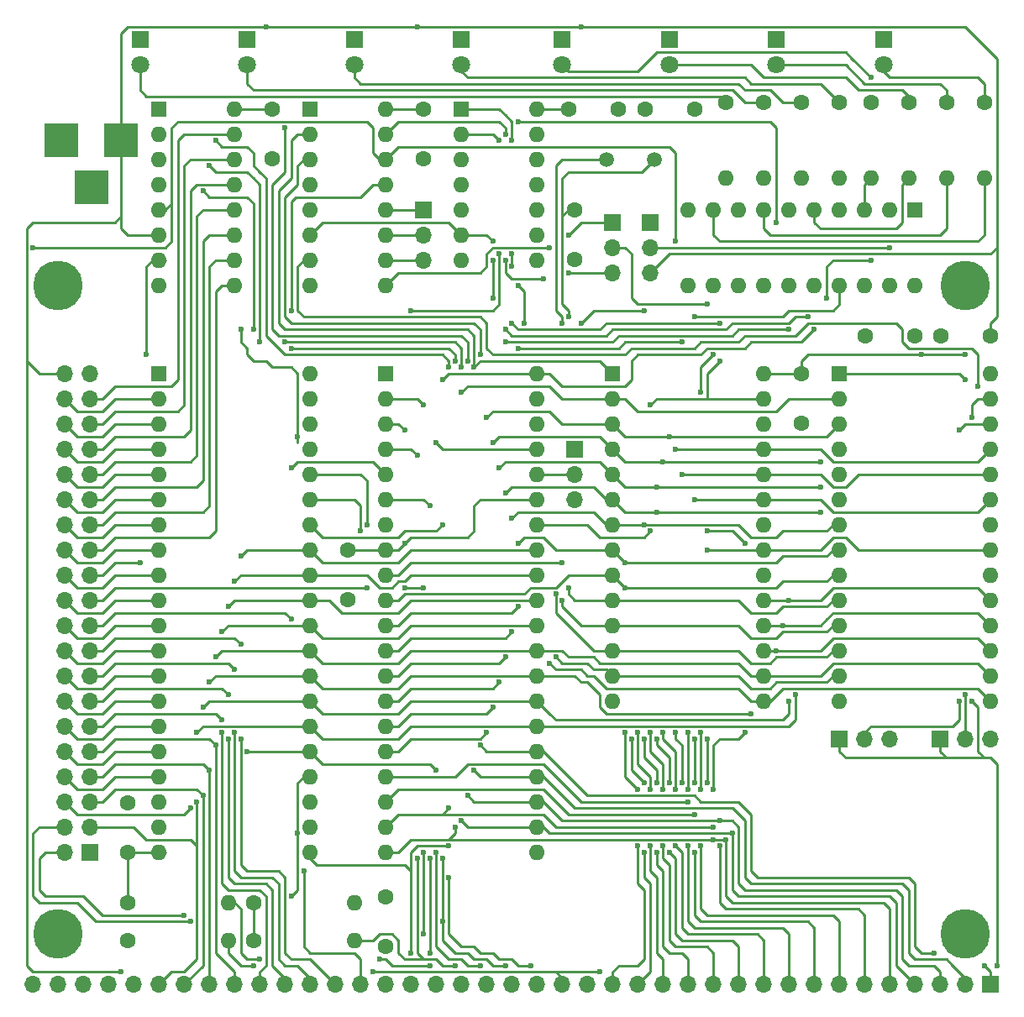
<source format=gtl>
G04 #@! TF.FileFunction,Copper,L1,Top,Signal*
%FSLAX46Y46*%
G04 Gerber Fmt 4.6, Leading zero omitted, Abs format (unit mm)*
G04 Created by KiCad (PCBNEW 4.0.7) date 11/14/19 18:34:41*
%MOMM*%
%LPD*%
G01*
G04 APERTURE LIST*
%ADD10C,0.100000*%
%ADD11R,1.600000X1.600000*%
%ADD12O,1.600000X1.600000*%
%ADD13R,1.700000X1.700000*%
%ADD14O,1.700000X1.700000*%
%ADD15R,3.500000X3.500000*%
%ADD16C,5.000000*%
%ADD17C,1.600000*%
%ADD18C,1.500000*%
%ADD19R,1.800000X1.800000*%
%ADD20C,1.800000*%
%ADD21C,0.600000*%
%ADD22C,0.250000*%
G04 APERTURE END LIST*
D10*
D11*
X182880000Y-83820000D03*
D12*
X198120000Y-116840000D03*
X182880000Y-86360000D03*
X198120000Y-114300000D03*
X182880000Y-88900000D03*
X198120000Y-111760000D03*
X182880000Y-91440000D03*
X198120000Y-109220000D03*
X182880000Y-93980000D03*
X198120000Y-106680000D03*
X182880000Y-96520000D03*
X198120000Y-104140000D03*
X182880000Y-99060000D03*
X198120000Y-101600000D03*
X182880000Y-101600000D03*
X198120000Y-99060000D03*
X182880000Y-104140000D03*
X198120000Y-96520000D03*
X182880000Y-106680000D03*
X198120000Y-93980000D03*
X182880000Y-109220000D03*
X198120000Y-91440000D03*
X182880000Y-111760000D03*
X198120000Y-88900000D03*
X182880000Y-114300000D03*
X198120000Y-86360000D03*
X182880000Y-116840000D03*
X198120000Y-83820000D03*
D13*
X198120000Y-145415000D03*
D14*
X195580000Y-145415000D03*
X193040000Y-145415000D03*
X190500000Y-145415000D03*
X187960000Y-145415000D03*
X185420000Y-145415000D03*
X182880000Y-145415000D03*
X180340000Y-145415000D03*
X177800000Y-145415000D03*
X175260000Y-145415000D03*
X172720000Y-145415000D03*
X170180000Y-145415000D03*
X167640000Y-145415000D03*
X165100000Y-145415000D03*
X162560000Y-145415000D03*
X160020000Y-145415000D03*
X157480000Y-145415000D03*
X154940000Y-145415000D03*
X152400000Y-145415000D03*
X149860000Y-145415000D03*
X147320000Y-145415000D03*
X144780000Y-145415000D03*
X142240000Y-145415000D03*
X139700000Y-145415000D03*
X137160000Y-145415000D03*
X134620000Y-145415000D03*
X132080000Y-145415000D03*
X129540000Y-145415000D03*
X127000000Y-145415000D03*
X124460000Y-145415000D03*
X121920000Y-145415000D03*
X119380000Y-145415000D03*
X116840000Y-145415000D03*
X114300000Y-145415000D03*
X111760000Y-145415000D03*
X109220000Y-145415000D03*
X106680000Y-145415000D03*
X104140000Y-145415000D03*
X101600000Y-145415000D03*
D13*
X107315000Y-132080000D03*
D14*
X104775000Y-132080000D03*
X107315000Y-129540000D03*
X104775000Y-129540000D03*
X107315000Y-127000000D03*
X104775000Y-127000000D03*
X107315000Y-124460000D03*
X104775000Y-124460000D03*
X107315000Y-121920000D03*
X104775000Y-121920000D03*
X107315000Y-119380000D03*
X104775000Y-119380000D03*
X107315000Y-116840000D03*
X104775000Y-116840000D03*
X107315000Y-114300000D03*
X104775000Y-114300000D03*
X107315000Y-111760000D03*
X104775000Y-111760000D03*
X107315000Y-109220000D03*
X104775000Y-109220000D03*
X107315000Y-106680000D03*
X104775000Y-106680000D03*
X107315000Y-104140000D03*
X104775000Y-104140000D03*
X107315000Y-101600000D03*
X104775000Y-101600000D03*
X107315000Y-99060000D03*
X104775000Y-99060000D03*
X107315000Y-96520000D03*
X104775000Y-96520000D03*
X107315000Y-93980000D03*
X104775000Y-93980000D03*
X107315000Y-91440000D03*
X104775000Y-91440000D03*
X107315000Y-88900000D03*
X104775000Y-88900000D03*
X107315000Y-86360000D03*
X104775000Y-86360000D03*
X107315000Y-83820000D03*
X104775000Y-83820000D03*
D15*
X110490000Y-60325000D03*
X104490000Y-60325000D03*
X107490000Y-65025000D03*
D16*
X104140000Y-140335000D03*
X195580000Y-140335000D03*
X195580000Y-74930000D03*
X104140000Y-74930000D03*
D17*
X133350000Y-101600000D03*
X133350000Y-106600000D03*
X179070000Y-83820000D03*
X179070000Y-88820000D03*
X198120000Y-80010000D03*
X193120000Y-80010000D03*
X155575000Y-57150000D03*
X160575000Y-57150000D03*
X140970000Y-57150000D03*
X140970000Y-62150000D03*
X111125000Y-132080000D03*
X111125000Y-127080000D03*
X125730000Y-57150000D03*
X125730000Y-62150000D03*
X190500000Y-80010000D03*
X185500000Y-80010000D03*
X168275000Y-57150000D03*
X163275000Y-57150000D03*
X123825000Y-140970000D03*
D12*
X133985000Y-140970000D03*
D17*
X111125000Y-140970000D03*
D12*
X121285000Y-140970000D03*
D17*
X111125000Y-137160000D03*
D12*
X121285000Y-137160000D03*
D11*
X137160000Y-83820000D03*
D12*
X152400000Y-132080000D03*
X137160000Y-86360000D03*
X152400000Y-129540000D03*
X137160000Y-88900000D03*
X152400000Y-127000000D03*
X137160000Y-91440000D03*
X152400000Y-124460000D03*
X137160000Y-93980000D03*
X152400000Y-121920000D03*
X137160000Y-96520000D03*
X152400000Y-119380000D03*
X137160000Y-99060000D03*
X152400000Y-116840000D03*
X137160000Y-101600000D03*
X152400000Y-114300000D03*
X137160000Y-104140000D03*
X152400000Y-111760000D03*
X137160000Y-106680000D03*
X152400000Y-109220000D03*
X137160000Y-109220000D03*
X152400000Y-106680000D03*
X137160000Y-111760000D03*
X152400000Y-104140000D03*
X137160000Y-114300000D03*
X152400000Y-101600000D03*
X137160000Y-116840000D03*
X152400000Y-99060000D03*
X137160000Y-119380000D03*
X152400000Y-96520000D03*
X137160000Y-121920000D03*
X152400000Y-93980000D03*
X137160000Y-124460000D03*
X152400000Y-91440000D03*
X137160000Y-127000000D03*
X152400000Y-88900000D03*
X137160000Y-129540000D03*
X152400000Y-86360000D03*
X137160000Y-132080000D03*
X152400000Y-83820000D03*
D11*
X160020000Y-83820000D03*
D12*
X175260000Y-116840000D03*
X160020000Y-86360000D03*
X175260000Y-114300000D03*
X160020000Y-88900000D03*
X175260000Y-111760000D03*
X160020000Y-91440000D03*
X175260000Y-109220000D03*
X160020000Y-93980000D03*
X175260000Y-106680000D03*
X160020000Y-96520000D03*
X175260000Y-104140000D03*
X160020000Y-99060000D03*
X175260000Y-101600000D03*
X160020000Y-101600000D03*
X175260000Y-99060000D03*
X160020000Y-104140000D03*
X175260000Y-96520000D03*
X160020000Y-106680000D03*
X175260000Y-93980000D03*
X160020000Y-109220000D03*
X175260000Y-91440000D03*
X160020000Y-111760000D03*
X175260000Y-88900000D03*
X160020000Y-114300000D03*
X175260000Y-86360000D03*
X160020000Y-116840000D03*
X175260000Y-83820000D03*
D13*
X182880000Y-120650000D03*
D14*
X185420000Y-120650000D03*
X187960000Y-120650000D03*
D13*
X193040000Y-120650000D03*
D14*
X195580000Y-120650000D03*
X198120000Y-120650000D03*
D13*
X156210000Y-91440000D03*
D14*
X156210000Y-93980000D03*
X156210000Y-96520000D03*
D13*
X160020000Y-68580000D03*
D14*
X160020000Y-71120000D03*
X160020000Y-73660000D03*
D11*
X129540000Y-57150000D03*
D12*
X137160000Y-74930000D03*
X129540000Y-59690000D03*
X137160000Y-72390000D03*
X129540000Y-62230000D03*
X137160000Y-69850000D03*
X129540000Y-64770000D03*
X137160000Y-67310000D03*
X129540000Y-67310000D03*
X137160000Y-64770000D03*
X129540000Y-69850000D03*
X137160000Y-62230000D03*
X129540000Y-72390000D03*
X137160000Y-59690000D03*
X129540000Y-74930000D03*
X137160000Y-57150000D03*
D11*
X114300000Y-83820000D03*
D12*
X129540000Y-132080000D03*
X114300000Y-86360000D03*
X129540000Y-129540000D03*
X114300000Y-88900000D03*
X129540000Y-127000000D03*
X114300000Y-91440000D03*
X129540000Y-124460000D03*
X114300000Y-93980000D03*
X129540000Y-121920000D03*
X114300000Y-96520000D03*
X129540000Y-119380000D03*
X114300000Y-99060000D03*
X129540000Y-116840000D03*
X114300000Y-101600000D03*
X129540000Y-114300000D03*
X114300000Y-104140000D03*
X129540000Y-111760000D03*
X114300000Y-106680000D03*
X129540000Y-109220000D03*
X114300000Y-109220000D03*
X129540000Y-106680000D03*
X114300000Y-111760000D03*
X129540000Y-104140000D03*
X114300000Y-114300000D03*
X129540000Y-101600000D03*
X114300000Y-116840000D03*
X129540000Y-99060000D03*
X114300000Y-119380000D03*
X129540000Y-96520000D03*
X114300000Y-121920000D03*
X129540000Y-93980000D03*
X114300000Y-124460000D03*
X129540000Y-91440000D03*
X114300000Y-127000000D03*
X129540000Y-88900000D03*
X114300000Y-129540000D03*
X129540000Y-86360000D03*
X114300000Y-132080000D03*
X129540000Y-83820000D03*
D18*
X159385000Y-62230000D03*
X164265000Y-62230000D03*
D17*
X123825000Y-137160000D03*
D12*
X133985000Y-137160000D03*
D17*
X137160000Y-141605000D03*
X137160000Y-136605000D03*
D11*
X114300000Y-57150000D03*
D12*
X121920000Y-74930000D03*
X114300000Y-59690000D03*
X121920000Y-72390000D03*
X114300000Y-62230000D03*
X121920000Y-69850000D03*
X114300000Y-64770000D03*
X121920000Y-67310000D03*
X114300000Y-67310000D03*
X121920000Y-64770000D03*
X114300000Y-69850000D03*
X121920000Y-62230000D03*
X114300000Y-72390000D03*
X121920000Y-59690000D03*
X114300000Y-74930000D03*
X121920000Y-57150000D03*
D17*
X156210000Y-67310000D03*
X156210000Y-72310000D03*
D13*
X163830000Y-68580000D03*
D14*
X163830000Y-71120000D03*
X163830000Y-73660000D03*
D11*
X190500000Y-67310000D03*
D12*
X167640000Y-74930000D03*
X187960000Y-67310000D03*
X170180000Y-74930000D03*
X185420000Y-67310000D03*
X172720000Y-74930000D03*
X182880000Y-67310000D03*
X175260000Y-74930000D03*
X180340000Y-67310000D03*
X177800000Y-74930000D03*
X177800000Y-67310000D03*
X180340000Y-74930000D03*
X175260000Y-67310000D03*
X182880000Y-74930000D03*
X172720000Y-67310000D03*
X185420000Y-74930000D03*
X170180000Y-67310000D03*
X187960000Y-74930000D03*
X167640000Y-67310000D03*
X190500000Y-74930000D03*
D19*
X144780000Y-50165000D03*
D20*
X144780000Y-52705000D03*
D19*
X133985000Y-50165000D03*
D20*
X133985000Y-52705000D03*
D19*
X123190000Y-50165000D03*
D20*
X123190000Y-52705000D03*
D19*
X112395000Y-50165000D03*
D20*
X112395000Y-52705000D03*
D19*
X187325000Y-50165000D03*
D20*
X187325000Y-52705000D03*
D19*
X176530000Y-50165000D03*
D20*
X176530000Y-52705000D03*
D19*
X165735000Y-50165000D03*
D20*
X165735000Y-52705000D03*
D19*
X154940000Y-50165000D03*
D20*
X154940000Y-52705000D03*
D17*
X171450000Y-56515000D03*
D12*
X171450000Y-64135000D03*
D17*
X175260000Y-56515000D03*
D12*
X175260000Y-64135000D03*
D17*
X179070000Y-56515000D03*
D12*
X179070000Y-64135000D03*
D17*
X182880000Y-56515000D03*
D12*
X182880000Y-64135000D03*
D17*
X186055000Y-56515000D03*
D12*
X186055000Y-64135000D03*
D17*
X189865000Y-56515000D03*
D12*
X189865000Y-64135000D03*
D17*
X193675000Y-56515000D03*
D12*
X193675000Y-64135000D03*
D17*
X197485000Y-56515000D03*
D12*
X197485000Y-64135000D03*
D11*
X144780000Y-57150000D03*
D12*
X152400000Y-72390000D03*
X144780000Y-59690000D03*
X152400000Y-69850000D03*
X144780000Y-62230000D03*
X152400000Y-67310000D03*
X144780000Y-64770000D03*
X152400000Y-64770000D03*
X144780000Y-67310000D03*
X152400000Y-62230000D03*
X144780000Y-69850000D03*
X152400000Y-59690000D03*
X144780000Y-72390000D03*
X152400000Y-57150000D03*
D13*
X140970000Y-67310000D03*
D14*
X140970000Y-69850000D03*
X140970000Y-72390000D03*
D21*
X139065000Y-89535000D03*
X156845000Y-78740000D03*
X163195000Y-77470000D03*
X198755000Y-143510000D03*
X139065000Y-100965000D03*
X191135000Y-81915000D03*
X195580000Y-81915000D03*
X128270000Y-130175000D03*
X127635000Y-136525000D03*
X196215000Y-88265000D03*
X156845000Y-48895000D03*
X140335000Y-48895000D03*
X125095000Y-48895000D03*
X196215000Y-116840000D03*
X158750000Y-144145000D03*
X135890000Y-144145000D03*
X110490000Y-144145000D03*
X197485000Y-143510000D03*
X192405000Y-142240000D03*
X146685000Y-121285000D03*
X146685000Y-81915000D03*
X146050000Y-83185000D03*
X146050000Y-123825000D03*
X170815000Y-128905000D03*
X170180000Y-125730000D03*
X173355000Y-120015000D03*
X127000000Y-59055000D03*
X145415000Y-126365000D03*
X145415000Y-82550000D03*
X172085000Y-130175000D03*
X123825000Y-79375000D03*
X127000000Y-80645000D03*
X118745000Y-65405000D03*
X144780000Y-83185000D03*
X144780000Y-128905000D03*
X144780000Y-85725000D03*
X171450000Y-130810000D03*
X170180000Y-130810000D03*
X168910000Y-120015000D03*
X168910000Y-125730000D03*
X168275000Y-96520000D03*
X124460000Y-80645000D03*
X144145000Y-129540000D03*
X127635000Y-81280000D03*
X144145000Y-82550000D03*
X119380000Y-62865000D03*
X169545000Y-101600000D03*
X170815000Y-131445000D03*
X169545000Y-120650000D03*
X169545000Y-125095000D03*
X170180000Y-129540000D03*
X143510000Y-83185000D03*
X143510000Y-127635000D03*
X120015000Y-60325000D03*
X168910000Y-131445000D03*
X167005000Y-93980000D03*
X168275000Y-128270000D03*
X168275000Y-125095000D03*
X168275000Y-120650000D03*
X168275000Y-132080000D03*
X166370000Y-91440000D03*
X167640000Y-127000000D03*
X167640000Y-125730000D03*
X167640000Y-120015000D03*
X147320000Y-88265000D03*
X147320000Y-120015000D03*
X167640000Y-131445000D03*
X165735000Y-90170000D03*
X167005000Y-125095000D03*
X166370000Y-120015000D03*
X147955000Y-90805000D03*
X166370000Y-131445000D03*
X166370000Y-125730000D03*
X165100000Y-92710000D03*
X165100000Y-120015000D03*
X147955000Y-117475000D03*
X180975000Y-92710000D03*
X148590000Y-93345000D03*
X164465000Y-120650000D03*
X164465000Y-95250000D03*
X165735000Y-125095000D03*
X165735000Y-132080000D03*
X148590000Y-114935000D03*
X180975000Y-95250000D03*
X149225000Y-95885000D03*
X165100000Y-131445000D03*
X165100000Y-125730000D03*
X163830000Y-120015000D03*
X164465000Y-97790000D03*
X149225000Y-112395000D03*
X180975000Y-97790000D03*
X149860000Y-98425000D03*
X164465000Y-132080000D03*
X164465000Y-125095000D03*
X163195000Y-120650000D03*
X163195000Y-99060000D03*
X149860000Y-109855000D03*
X150495000Y-100965000D03*
X163830000Y-131445000D03*
X163830000Y-125730000D03*
X162560000Y-120015000D03*
X161290000Y-102870000D03*
X150495000Y-107315000D03*
X134620000Y-99695000D03*
X163195000Y-132080000D03*
X163195000Y-125095000D03*
X161925000Y-120650000D03*
X161290000Y-105410000D03*
X154940000Y-102870000D03*
X155575000Y-105410000D03*
X135255000Y-99060000D03*
X162560000Y-131445000D03*
X161290000Y-120015000D03*
X162560000Y-125730000D03*
X149225000Y-80645000D03*
X177800000Y-79375000D03*
X141605000Y-142240000D03*
X141605000Y-132715000D03*
X141605000Y-97155000D03*
X136525000Y-142875000D03*
X141605000Y-143510000D03*
X124460000Y-142875000D03*
X170815000Y-82550000D03*
X163830000Y-99695000D03*
X163830000Y-86995000D03*
X127635000Y-108585000D03*
X139700000Y-142240000D03*
X143510000Y-131445000D03*
X122555000Y-120650000D03*
X122555000Y-111125000D03*
X154940000Y-106680000D03*
X122555000Y-102235000D03*
X121920000Y-104775000D03*
X121920000Y-120015000D03*
X121920000Y-113665000D03*
X154305000Y-106045000D03*
X154305000Y-112395000D03*
X121285000Y-120650000D03*
X121285000Y-116205000D03*
X121285000Y-107315000D03*
X120650000Y-120015000D03*
X120650000Y-118745000D03*
X153670000Y-113030000D03*
X120650000Y-109855000D03*
X120015000Y-121285000D03*
X120015000Y-112395000D03*
X173990000Y-118110000D03*
X176530000Y-111760000D03*
X119380000Y-114935000D03*
X119380000Y-123825000D03*
X118745000Y-117475000D03*
X118745000Y-126365000D03*
X177165000Y-109220000D03*
X177800000Y-116840000D03*
X118110000Y-127000000D03*
X177800000Y-106680000D03*
X178435000Y-116205000D03*
X118110000Y-120015000D03*
X194945000Y-89535000D03*
X194945000Y-116840000D03*
X195580000Y-84455000D03*
X195580000Y-116205000D03*
X142240000Y-90805000D03*
X149860000Y-60325000D03*
X149860000Y-71755000D03*
X149860000Y-73025000D03*
X150495000Y-74930000D03*
X151130000Y-78740000D03*
X150495000Y-81280000D03*
X142240000Y-132080000D03*
X146685000Y-143510000D03*
X168275000Y-78105000D03*
X167005000Y-80645000D03*
X123190000Y-121920000D03*
X117475000Y-127635000D03*
X142240000Y-123825000D03*
X139065000Y-105410000D03*
X135255000Y-105410000D03*
X140970000Y-105410000D03*
X149225000Y-79375000D03*
X186055000Y-72390000D03*
X179705000Y-78105000D03*
X181610000Y-76200000D03*
X140970000Y-86995000D03*
X140970000Y-132080000D03*
X140970000Y-140335000D03*
X123825000Y-143510000D03*
X128905000Y-133985000D03*
X127635000Y-93345000D03*
X148590000Y-60325000D03*
X150495000Y-58420000D03*
X148590000Y-71755000D03*
X176530000Y-68580000D03*
X139700000Y-77470000D03*
X101600000Y-71120000D03*
X166370000Y-70485000D03*
X155575000Y-69850000D03*
X153670000Y-71120000D03*
X169545000Y-76835000D03*
X170180000Y-81915000D03*
X168910000Y-85725000D03*
X173355000Y-100965000D03*
X169545000Y-99695000D03*
X155575000Y-73660000D03*
X149225000Y-59690000D03*
X149225000Y-72390000D03*
X153035000Y-74295000D03*
X196850000Y-85090000D03*
X122555000Y-79375000D03*
X128270000Y-90170000D03*
X127635000Y-77470000D03*
X155575000Y-78105000D03*
X187960000Y-71120000D03*
X149225000Y-143510000D03*
X180340000Y-79375000D03*
X116840000Y-138430000D03*
X142875000Y-139065000D03*
X142875000Y-132715000D03*
X142875000Y-99060000D03*
X142875000Y-84455000D03*
X186055000Y-53975000D03*
X117475000Y-139065000D03*
X149860000Y-78740000D03*
X170815000Y-78740000D03*
X140335000Y-92075000D03*
X140335000Y-132715000D03*
X144145000Y-143510000D03*
X154940000Y-78740000D03*
X113030000Y-81915000D03*
X112395000Y-102870000D03*
X147955000Y-70485000D03*
X147955000Y-72390000D03*
X147955000Y-76200000D03*
X151765000Y-143510000D03*
X143510000Y-134620000D03*
D22*
X152400000Y-57150000D02*
X155575000Y-57150000D01*
X137160000Y-88900000D02*
X138430000Y-88900000D01*
X138430000Y-88900000D02*
X139065000Y-89535000D01*
X158115000Y-77470000D02*
X163195000Y-77470000D01*
X156845000Y-78740000D02*
X158115000Y-77470000D01*
X163830000Y-73660000D02*
X165735000Y-71755000D01*
X165735000Y-71755000D02*
X167005000Y-71755000D01*
X198755000Y-143510000D02*
X198755000Y-137160000D01*
X139065000Y-100965000D02*
X138430000Y-101600000D01*
X138430000Y-101600000D02*
X137160000Y-101600000D01*
X180975000Y-71755000D02*
X198120000Y-71755000D01*
X167005000Y-71755000D02*
X180975000Y-71755000D01*
X198120000Y-71755000D02*
X198755000Y-71120000D01*
X180975000Y-81915000D02*
X179705000Y-81915000D01*
X179070000Y-82550000D02*
X179070000Y-83820000D01*
X179705000Y-81915000D02*
X179070000Y-82550000D01*
X180975000Y-81915000D02*
X191135000Y-81915000D01*
X191135000Y-81915000D02*
X195580000Y-81915000D01*
X128270000Y-130175000D02*
X128270000Y-125095000D01*
X128270000Y-125095000D02*
X128905000Y-124460000D01*
X127635000Y-136525000D02*
X128270000Y-135890000D01*
X128270000Y-130175000D02*
X128270000Y-135890000D01*
X198120000Y-86360000D02*
X196850000Y-86360000D01*
X196215000Y-86995000D02*
X196850000Y-86360000D01*
X196215000Y-86995000D02*
X196215000Y-88265000D01*
X139065000Y-100965000D02*
X139700000Y-100330000D01*
X145415000Y-100330000D02*
X146050000Y-99695000D01*
X139700000Y-100330000D02*
X145415000Y-100330000D01*
X146050000Y-99060000D02*
X146050000Y-99695000D01*
X146050000Y-99060000D02*
X146050000Y-97155000D01*
X146050000Y-97155000D02*
X146685000Y-96520000D01*
X146685000Y-96520000D02*
X152400000Y-96520000D01*
X138430000Y-101600000D02*
X137160000Y-101600000D01*
X139065000Y-100965000D02*
X138430000Y-101600000D01*
X111125000Y-132080000D02*
X111125000Y-134620000D01*
X198755000Y-55880000D02*
X198755000Y-52070000D01*
X156845000Y-48895000D02*
X182245000Y-48895000D01*
X182245000Y-48895000D02*
X191135000Y-48895000D01*
X191770000Y-48895000D02*
X191135000Y-48895000D01*
X198755000Y-52070000D02*
X195580000Y-48895000D01*
X195580000Y-48895000D02*
X191770000Y-48895000D01*
X198755000Y-55880000D02*
X198755000Y-71120000D01*
X198120000Y-78740000D02*
X198755000Y-78105000D01*
X198120000Y-78740000D02*
X198120000Y-80010000D01*
X198755000Y-71120000D02*
X198755000Y-78105000D01*
X125095000Y-48895000D02*
X140335000Y-48895000D01*
X140335000Y-48895000D02*
X155575000Y-48895000D01*
X155575000Y-48895000D02*
X156845000Y-48895000D01*
X110490000Y-51435000D02*
X110490000Y-49530000D01*
X110490000Y-49530000D02*
X111125000Y-48895000D01*
X110490000Y-55245000D02*
X110490000Y-51435000D01*
X110490000Y-60325000D02*
X110490000Y-55245000D01*
X121285000Y-48895000D02*
X125095000Y-48895000D01*
X111125000Y-48895000D02*
X121285000Y-48895000D01*
X110490000Y-67945000D02*
X110490000Y-69215000D01*
X111125000Y-69850000D02*
X114300000Y-69850000D01*
X110490000Y-69215000D02*
X111125000Y-69850000D01*
X137160000Y-57150000D02*
X140970000Y-57150000D01*
X121920000Y-57150000D02*
X125730000Y-57150000D01*
X137160000Y-101600000D02*
X137795000Y-101600000D01*
X133350000Y-101600000D02*
X137160000Y-101600000D01*
X193040000Y-121920000D02*
X193675000Y-122555000D01*
X197485000Y-122555000D02*
X196215000Y-122555000D01*
X193675000Y-122555000D02*
X196215000Y-122555000D01*
X154305000Y-144145000D02*
X158750000Y-144145000D01*
X197485000Y-122555000D02*
X196850000Y-121920000D01*
X196850000Y-117475000D02*
X196215000Y-116840000D01*
X196850000Y-121920000D02*
X196850000Y-117475000D01*
X198755000Y-123190000D02*
X198755000Y-128905000D01*
X198120000Y-122555000D02*
X198755000Y-123190000D01*
X197485000Y-122555000D02*
X198120000Y-122555000D01*
X198755000Y-128905000D02*
X198755000Y-137160000D01*
X192405000Y-122555000D02*
X193675000Y-122555000D01*
X154305000Y-144145000D02*
X154940000Y-144780000D01*
X135890000Y-144145000D02*
X154305000Y-144145000D01*
X154940000Y-144780000D02*
X154940000Y-145415000D01*
X100965000Y-133350000D02*
X100965000Y-143510000D01*
X101600000Y-144145000D02*
X110490000Y-144145000D01*
X100965000Y-143510000D02*
X101600000Y-144145000D01*
X182880000Y-120650000D02*
X182880000Y-121920000D01*
X193040000Y-121920000D02*
X193040000Y-120650000D01*
X183515000Y-122555000D02*
X192405000Y-122555000D01*
X182880000Y-121920000D02*
X183515000Y-122555000D01*
X111125000Y-134620000D02*
X111125000Y-137160000D01*
X123825000Y-137160000D02*
X123825000Y-140970000D01*
X111125000Y-137160000D02*
X111125000Y-136525000D01*
X111125000Y-132080000D02*
X110490000Y-132080000D01*
X114300000Y-132080000D02*
X114935000Y-132080000D01*
X104775000Y-83820000D02*
X102235000Y-83820000D01*
X102235000Y-83820000D02*
X100965000Y-82550000D01*
X111125000Y-132080000D02*
X114300000Y-132080000D01*
X102235000Y-68580000D02*
X101600000Y-68580000D01*
X100965000Y-69215000D02*
X100965000Y-69850000D01*
X101600000Y-68580000D02*
X100965000Y-69215000D01*
X100965000Y-80010000D02*
X100965000Y-69850000D01*
X102235000Y-68580000D02*
X106045000Y-68580000D01*
X106045000Y-68580000D02*
X109855000Y-68580000D01*
X110490000Y-67945000D02*
X110490000Y-60325000D01*
X109855000Y-68580000D02*
X110490000Y-67945000D01*
X100965000Y-82550000D02*
X100965000Y-80010000D01*
X100965000Y-85090000D02*
X100965000Y-82550000D01*
X100965000Y-129540000D02*
X100965000Y-127635000D01*
X100965000Y-127635000D02*
X100965000Y-99695000D01*
X100965000Y-99695000D02*
X100965000Y-97155000D01*
X100965000Y-97155000D02*
X100965000Y-85090000D01*
X100965000Y-133350000D02*
X100965000Y-130175000D01*
X100965000Y-130175000D02*
X100965000Y-129540000D01*
X175260000Y-83820000D02*
X179070000Y-83820000D01*
X173990000Y-129540000D02*
X173990000Y-128270000D01*
X157480000Y-126365000D02*
X168275000Y-126365000D01*
X153035000Y-121920000D02*
X157480000Y-126365000D01*
X168910000Y-127000000D02*
X172720000Y-127000000D01*
X168275000Y-126365000D02*
X168910000Y-127000000D01*
X190500000Y-135255000D02*
X189865000Y-134620000D01*
X189865000Y-134620000D02*
X174625000Y-134620000D01*
X174625000Y-134620000D02*
X173990000Y-133985000D01*
X173990000Y-133985000D02*
X173990000Y-129540000D01*
X190500000Y-136525000D02*
X190500000Y-135255000D01*
X198120000Y-144145000D02*
X197485000Y-143510000D01*
X192405000Y-142240000D02*
X191135000Y-142240000D01*
X191135000Y-142240000D02*
X190500000Y-141605000D01*
X190500000Y-141605000D02*
X190500000Y-136525000D01*
X198120000Y-144145000D02*
X198120000Y-145415000D01*
X173990000Y-128270000D02*
X172720000Y-127000000D01*
X127000000Y-76835000D02*
X127000000Y-78105000D01*
X127635000Y-78740000D02*
X128905000Y-78740000D01*
X127000000Y-78105000D02*
X127635000Y-78740000D01*
X127000000Y-66040000D02*
X128270000Y-64770000D01*
X127000000Y-76835000D02*
X127000000Y-66040000D01*
X128905000Y-78740000D02*
X146050000Y-78740000D01*
X128270000Y-62865000D02*
X128270000Y-64770000D01*
X128905000Y-62230000D02*
X128270000Y-62865000D01*
X147320000Y-121920000D02*
X152400000Y-121920000D01*
X147320000Y-121920000D02*
X146685000Y-121285000D01*
X146685000Y-79375000D02*
X146685000Y-81915000D01*
X146050000Y-78740000D02*
X146685000Y-79375000D01*
X129540000Y-62230000D02*
X128905000Y-62230000D01*
X152400000Y-121920000D02*
X153035000Y-121920000D01*
X173355000Y-128905000D02*
X172085000Y-127635000D01*
X153035000Y-124460000D02*
X156210000Y-127635000D01*
X156210000Y-127635000D02*
X172085000Y-127635000D01*
X189865000Y-135890000D02*
X189230000Y-135255000D01*
X189230000Y-135255000D02*
X173990000Y-135255000D01*
X173990000Y-135255000D02*
X173355000Y-134620000D01*
X173355000Y-134620000D02*
X173355000Y-128905000D01*
X190500000Y-142875000D02*
X193675000Y-142875000D01*
X189865000Y-142240000D02*
X190500000Y-142875000D01*
X194310000Y-143510000D02*
X195580000Y-144780000D01*
X194310000Y-143510000D02*
X193675000Y-142875000D01*
X189865000Y-142240000D02*
X189865000Y-135890000D01*
X126365000Y-77470000D02*
X126365000Y-78740000D01*
X127000000Y-79375000D02*
X128270000Y-79375000D01*
X126365000Y-78740000D02*
X127000000Y-79375000D01*
X127635000Y-64135000D02*
X126365000Y-65405000D01*
X126365000Y-65405000D02*
X126365000Y-77470000D01*
X128270000Y-79375000D02*
X145415000Y-79375000D01*
X128270000Y-59690000D02*
X127635000Y-60325000D01*
X127635000Y-60325000D02*
X127635000Y-64135000D01*
X129540000Y-59690000D02*
X128270000Y-59690000D01*
X146050000Y-80010000D02*
X145415000Y-79375000D01*
X146050000Y-80010000D02*
X146050000Y-83185000D01*
X160020000Y-83820000D02*
X158750000Y-82550000D01*
X146685000Y-82550000D02*
X146050000Y-83185000D01*
X147320000Y-82550000D02*
X146685000Y-82550000D01*
X158750000Y-82550000D02*
X147320000Y-82550000D01*
X146685000Y-124460000D02*
X152400000Y-124460000D01*
X146685000Y-124460000D02*
X146050000Y-123825000D01*
X152400000Y-124460000D02*
X153035000Y-124460000D01*
X195580000Y-144780000D02*
X195580000Y-145415000D01*
X189230000Y-142875000D02*
X189230000Y-136525000D01*
X189230000Y-142875000D02*
X189865000Y-143510000D01*
X193040000Y-145415000D02*
X193040000Y-144145000D01*
X192405000Y-143510000D02*
X193040000Y-144145000D01*
X189865000Y-143510000D02*
X192405000Y-143510000D01*
X172720000Y-129540000D02*
X172085000Y-128905000D01*
X172720000Y-135255000D02*
X172720000Y-129540000D01*
X173355000Y-135890000D02*
X172720000Y-135255000D01*
X188595000Y-135890000D02*
X173355000Y-135890000D01*
X189230000Y-136525000D02*
X188595000Y-135890000D01*
X170815000Y-128905000D02*
X172085000Y-128905000D01*
X170180000Y-128905000D02*
X170815000Y-128905000D01*
X173355000Y-120015000D02*
X172720000Y-120650000D01*
X170180000Y-121285000D02*
X170180000Y-125730000D01*
X170180000Y-121285000D02*
X170815000Y-120650000D01*
X172720000Y-120650000D02*
X170815000Y-120650000D01*
X125730000Y-78105000D02*
X125730000Y-79375000D01*
X126365000Y-80010000D02*
X127635000Y-80010000D01*
X125730000Y-79375000D02*
X126365000Y-80010000D01*
X125730000Y-64770000D02*
X127000000Y-63500000D01*
X125730000Y-78105000D02*
X125730000Y-64770000D01*
X127000000Y-59055000D02*
X127000000Y-63500000D01*
X146050000Y-127000000D02*
X152400000Y-127000000D01*
X146050000Y-127000000D02*
X145415000Y-126365000D01*
X127635000Y-80010000D02*
X144780000Y-80010000D01*
X145415000Y-80645000D02*
X145415000Y-82550000D01*
X144780000Y-80010000D02*
X145415000Y-80645000D01*
X152400000Y-127000000D02*
X153035000Y-127000000D01*
X153035000Y-127000000D02*
X154940000Y-128905000D01*
X154940000Y-128905000D02*
X170180000Y-128905000D01*
X163195000Y-87630000D02*
X162560000Y-87630000D01*
X162560000Y-87630000D02*
X161290000Y-86360000D01*
X160020000Y-86360000D02*
X161290000Y-86360000D01*
X152400000Y-129540000D02*
X153035000Y-129540000D01*
X153035000Y-129540000D02*
X153670000Y-130175000D01*
X188595000Y-137160000D02*
X187960000Y-136525000D01*
X187960000Y-136525000D02*
X172720000Y-136525000D01*
X172720000Y-136525000D02*
X172085000Y-135890000D01*
X172085000Y-135890000D02*
X172085000Y-130175000D01*
X190500000Y-145415000D02*
X188595000Y-143510000D01*
X188595000Y-143510000D02*
X188595000Y-137160000D01*
X153670000Y-130175000D02*
X172085000Y-130175000D01*
X123190000Y-66040000D02*
X123825000Y-66675000D01*
X123825000Y-66675000D02*
X123825000Y-79375000D01*
X127000000Y-80645000D02*
X138430000Y-80645000D01*
X119380000Y-66040000D02*
X123190000Y-66040000D01*
X118745000Y-65405000D02*
X119380000Y-66040000D01*
X144145000Y-80645000D02*
X138430000Y-80645000D01*
X144780000Y-81280000D02*
X144780000Y-83185000D01*
X144145000Y-80645000D02*
X144780000Y-81280000D01*
X160020000Y-86360000D02*
X154940000Y-86360000D01*
X154940000Y-86360000D02*
X153670000Y-85090000D01*
X145415000Y-129540000D02*
X144780000Y-128905000D01*
X152400000Y-129540000D02*
X145415000Y-129540000D01*
X145415000Y-85090000D02*
X147320000Y-85090000D01*
X151130000Y-85090000D02*
X153670000Y-85090000D01*
X151130000Y-85090000D02*
X147320000Y-85090000D01*
X144780000Y-85725000D02*
X145415000Y-85090000D01*
X168910000Y-87630000D02*
X163195000Y-87630000D01*
X177800000Y-86360000D02*
X182880000Y-86360000D01*
X176530000Y-87630000D02*
X177800000Y-86360000D01*
X168910000Y-87630000D02*
X176530000Y-87630000D01*
X137160000Y-132080000D02*
X138430000Y-132080000D01*
X138430000Y-132080000D02*
X139700000Y-130810000D01*
X170180000Y-130810000D02*
X171450000Y-130810000D01*
X187960000Y-137795000D02*
X187325000Y-137160000D01*
X187325000Y-137160000D02*
X172085000Y-137160000D01*
X172085000Y-137160000D02*
X171450000Y-136525000D01*
X171450000Y-136525000D02*
X171450000Y-130810000D01*
X187960000Y-137795000D02*
X187960000Y-145415000D01*
X168910000Y-130810000D02*
X170180000Y-130810000D01*
X153035000Y-130810000D02*
X168275000Y-130810000D01*
X168275000Y-130810000D02*
X168910000Y-130810000D01*
X151130000Y-130810000D02*
X153035000Y-130810000D01*
X143510000Y-130810000D02*
X151130000Y-130810000D01*
X168910000Y-120015000D02*
X168910000Y-125730000D01*
X168275000Y-96520000D02*
X175260000Y-96520000D01*
X143510000Y-81280000D02*
X144145000Y-81915000D01*
X144145000Y-81915000D02*
X144145000Y-82550000D01*
X144145000Y-130175000D02*
X143510000Y-130810000D01*
X144145000Y-130175000D02*
X144145000Y-129540000D01*
X143510000Y-81280000D02*
X135890000Y-81280000D01*
X127635000Y-81280000D02*
X135890000Y-81280000D01*
X124460000Y-80645000D02*
X124460000Y-80010000D01*
X124460000Y-66040000D02*
X124460000Y-64770000D01*
X124460000Y-66040000D02*
X124460000Y-78740000D01*
X123190000Y-63500000D02*
X123825000Y-64135000D01*
X120015000Y-63500000D02*
X123190000Y-63500000D01*
X119380000Y-62865000D02*
X120015000Y-63500000D01*
X124460000Y-78740000D02*
X124460000Y-80010000D01*
X124460000Y-64770000D02*
X123825000Y-64135000D01*
X198120000Y-96520000D02*
X196850000Y-97790000D01*
X196850000Y-97790000D02*
X182245000Y-97790000D01*
X182245000Y-97790000D02*
X180975000Y-96520000D01*
X180975000Y-96520000D02*
X175260000Y-96520000D01*
X143510000Y-130810000D02*
X139700000Y-130810000D01*
X185420000Y-145415000D02*
X185420000Y-138430000D01*
X170815000Y-137160000D02*
X170815000Y-131445000D01*
X171450000Y-137795000D02*
X170815000Y-137160000D01*
X184785000Y-137795000D02*
X171450000Y-137795000D01*
X185420000Y-138430000D02*
X184785000Y-137795000D01*
X169545000Y-101600000D02*
X175260000Y-101600000D01*
X169545000Y-120650000D02*
X169545000Y-125095000D01*
X169545000Y-129540000D02*
X170180000Y-129540000D01*
X154305000Y-129540000D02*
X169545000Y-129540000D01*
X151130000Y-128270000D02*
X153035000Y-128270000D01*
X153035000Y-128270000D02*
X154305000Y-129540000D01*
X151130000Y-128270000D02*
X142875000Y-128270000D01*
X125095000Y-78740000D02*
X125095000Y-80010000D01*
X125095000Y-80010000D02*
X126365000Y-81280000D01*
X125095000Y-65405000D02*
X125095000Y-64135000D01*
X125095000Y-64135000D02*
X124460000Y-63500000D01*
X125095000Y-78105000D02*
X125095000Y-78740000D01*
X125095000Y-65405000D02*
X125095000Y-78105000D01*
X123190000Y-60960000D02*
X123825000Y-61595000D01*
X123825000Y-62865000D02*
X124460000Y-63500000D01*
X123825000Y-61595000D02*
X123825000Y-62865000D01*
X142875000Y-81915000D02*
X134620000Y-81915000D01*
X126365000Y-81280000D02*
X127000000Y-81915000D01*
X127000000Y-81915000D02*
X134620000Y-81915000D01*
X142875000Y-128270000D02*
X143510000Y-127635000D01*
X143510000Y-82550000D02*
X143510000Y-83185000D01*
X142875000Y-81915000D02*
X143510000Y-82550000D01*
X120650000Y-60960000D02*
X123190000Y-60960000D01*
X120015000Y-60325000D02*
X120650000Y-60960000D01*
X142875000Y-128270000D02*
X138430000Y-128270000D01*
X138430000Y-128270000D02*
X137160000Y-129540000D01*
X198120000Y-101600000D02*
X184785000Y-101600000D01*
X184785000Y-101600000D02*
X183515000Y-100330000D01*
X185420000Y-145415000D02*
X185420000Y-144780000D01*
X175260000Y-101600000D02*
X180975000Y-101600000D01*
X182245000Y-100330000D02*
X183515000Y-100330000D01*
X180975000Y-101600000D02*
X182245000Y-100330000D01*
X182880000Y-139065000D02*
X182245000Y-138430000D01*
X182245000Y-138430000D02*
X169545000Y-138430000D01*
X169545000Y-138430000D02*
X168910000Y-137795000D01*
X168910000Y-137795000D02*
X168910000Y-132080000D01*
X182880000Y-139065000D02*
X182880000Y-145415000D01*
X168910000Y-131445000D02*
X168910000Y-132080000D01*
X151130000Y-125730000D02*
X138430000Y-125730000D01*
X138430000Y-125730000D02*
X137160000Y-127000000D01*
X185420000Y-93980000D02*
X184785000Y-93980000D01*
X184785000Y-93980000D02*
X183515000Y-95250000D01*
X198120000Y-93980000D02*
X185420000Y-93980000D01*
X168275000Y-120650000D02*
X168275000Y-125095000D01*
X167005000Y-93980000D02*
X175260000Y-93980000D01*
X153035000Y-125730000D02*
X155575000Y-128270000D01*
X151130000Y-125730000D02*
X153035000Y-125730000D01*
X155575000Y-128270000D02*
X168275000Y-128270000D01*
X175260000Y-93980000D02*
X180975000Y-93980000D01*
X182245000Y-95250000D02*
X183515000Y-95250000D01*
X180975000Y-93980000D02*
X182245000Y-95250000D01*
X180340000Y-139700000D02*
X180340000Y-143510000D01*
X179705000Y-139065000D02*
X180340000Y-139700000D01*
X168910000Y-139065000D02*
X179705000Y-139065000D01*
X168275000Y-138430000D02*
X168910000Y-139065000D01*
X168275000Y-132080000D02*
X168275000Y-138430000D01*
X137160000Y-124460000D02*
X144145000Y-124460000D01*
X144145000Y-124460000D02*
X145415000Y-123190000D01*
X151130000Y-123190000D02*
X145415000Y-123190000D01*
X153035000Y-123190000D02*
X156845000Y-127000000D01*
X156845000Y-127000000D02*
X167640000Y-127000000D01*
X151130000Y-123190000D02*
X152400000Y-123190000D01*
X152400000Y-123190000D02*
X153035000Y-123190000D01*
X167640000Y-120015000D02*
X167640000Y-125730000D01*
X166370000Y-91440000D02*
X175260000Y-91440000D01*
X180340000Y-143510000D02*
X180340000Y-145415000D01*
X175260000Y-91440000D02*
X180975000Y-91440000D01*
X180975000Y-91440000D02*
X182245000Y-92710000D01*
X196850000Y-92710000D02*
X198120000Y-91440000D01*
X182245000Y-92710000D02*
X196850000Y-92710000D01*
X160020000Y-88900000D02*
X154940000Y-88900000D01*
X154940000Y-88900000D02*
X153670000Y-87630000D01*
X169545000Y-139700000D02*
X177165000Y-139700000D01*
X177800000Y-140335000D02*
X177800000Y-145415000D01*
X177165000Y-139700000D02*
X177800000Y-140335000D01*
X147320000Y-120015000D02*
X146685000Y-120650000D01*
X146685000Y-120650000D02*
X139700000Y-120650000D01*
X139700000Y-120650000D02*
X138430000Y-121920000D01*
X138430000Y-121920000D02*
X137160000Y-121920000D01*
X151130000Y-87630000D02*
X153670000Y-87630000D01*
X147955000Y-87630000D02*
X151130000Y-87630000D01*
X147320000Y-88265000D02*
X147955000Y-87630000D01*
X167640000Y-139065000D02*
X168275000Y-139700000D01*
X168275000Y-139700000D02*
X169545000Y-139700000D01*
X167005000Y-121285000D02*
X166370000Y-120650000D01*
X167005000Y-125095000D02*
X167005000Y-121285000D01*
X166370000Y-120650000D02*
X166370000Y-120015000D01*
X167640000Y-131445000D02*
X167640000Y-139065000D01*
X160020000Y-88900000D02*
X161290000Y-90170000D01*
X161290000Y-90170000D02*
X165735000Y-90170000D01*
X181610000Y-90170000D02*
X182880000Y-88900000D01*
X165735000Y-90170000D02*
X181610000Y-90170000D01*
X175260000Y-145415000D02*
X175260000Y-140970000D01*
X174625000Y-140335000D02*
X168910000Y-140335000D01*
X175260000Y-140970000D02*
X174625000Y-140335000D01*
X148590000Y-90170000D02*
X151130000Y-90170000D01*
X147955000Y-90805000D02*
X148590000Y-90170000D01*
X167640000Y-140335000D02*
X168910000Y-140335000D01*
X167005000Y-139700000D02*
X167640000Y-140335000D01*
X167005000Y-132080000D02*
X167005000Y-138430000D01*
X167005000Y-138430000D02*
X167005000Y-139700000D01*
X166370000Y-131445000D02*
X167005000Y-132080000D01*
X166370000Y-125730000D02*
X166370000Y-121920000D01*
X165100000Y-120650000D02*
X165100000Y-120015000D01*
X166370000Y-121920000D02*
X165100000Y-120650000D01*
X160020000Y-91440000D02*
X158750000Y-90170000D01*
X138430000Y-119380000D02*
X137160000Y-119380000D01*
X139700000Y-118110000D02*
X138430000Y-119380000D01*
X147320000Y-118110000D02*
X139700000Y-118110000D01*
X147955000Y-117475000D02*
X147320000Y-118110000D01*
X158750000Y-90170000D02*
X151130000Y-90170000D01*
X160020000Y-91440000D02*
X161290000Y-92710000D01*
X161290000Y-92710000D02*
X161925000Y-92710000D01*
X161925000Y-92710000D02*
X165100000Y-92710000D01*
X165100000Y-92710000D02*
X180975000Y-92710000D01*
X172720000Y-145415000D02*
X172720000Y-141605000D01*
X172085000Y-140970000D02*
X168275000Y-140970000D01*
X172720000Y-141605000D02*
X172085000Y-140970000D01*
X149225000Y-92710000D02*
X151130000Y-92710000D01*
X148590000Y-93345000D02*
X149225000Y-92710000D01*
X165735000Y-132080000D02*
X166370000Y-132715000D01*
X165735000Y-122555000D02*
X164465000Y-121285000D01*
X164465000Y-121285000D02*
X164465000Y-120650000D01*
X165735000Y-125095000D02*
X165735000Y-122555000D01*
X167005000Y-140970000D02*
X168275000Y-140970000D01*
X166370000Y-140335000D02*
X167005000Y-140970000D01*
X166370000Y-132715000D02*
X166370000Y-140335000D01*
X172720000Y-144780000D02*
X172720000Y-145415000D01*
X160020000Y-93980000D02*
X158750000Y-92710000D01*
X138430000Y-116840000D02*
X137160000Y-116840000D01*
X139700000Y-115570000D02*
X138430000Y-116840000D01*
X147955000Y-115570000D02*
X139700000Y-115570000D01*
X148590000Y-114935000D02*
X147955000Y-115570000D01*
X158750000Y-92710000D02*
X151130000Y-92710000D01*
X160020000Y-93980000D02*
X161290000Y-95250000D01*
X161290000Y-95250000D02*
X164465000Y-95250000D01*
X164465000Y-95250000D02*
X180975000Y-95250000D01*
X170180000Y-145415000D02*
X170180000Y-142240000D01*
X169545000Y-141605000D02*
X167640000Y-141605000D01*
X170180000Y-142240000D02*
X169545000Y-141605000D01*
X149860000Y-95250000D02*
X151130000Y-95250000D01*
X149225000Y-95885000D02*
X149860000Y-95250000D01*
X170180000Y-145415000D02*
X170180000Y-144780000D01*
X165100000Y-125730000D02*
X165100000Y-123190000D01*
X165100000Y-123190000D02*
X163830000Y-121920000D01*
X163830000Y-121920000D02*
X163830000Y-120015000D01*
X165100000Y-132715000D02*
X165100000Y-131445000D01*
X165735000Y-133350000D02*
X165100000Y-132715000D01*
X165735000Y-140970000D02*
X165735000Y-133350000D01*
X166370000Y-141605000D02*
X165735000Y-140970000D01*
X167640000Y-141605000D02*
X166370000Y-141605000D01*
X173990000Y-97790000D02*
X164465000Y-97790000D01*
X164465000Y-97790000D02*
X161290000Y-97790000D01*
X161290000Y-97790000D02*
X160020000Y-96520000D01*
X160020000Y-96520000D02*
X159385000Y-96520000D01*
X159385000Y-96520000D02*
X158115000Y-95250000D01*
X138430000Y-114300000D02*
X137160000Y-114300000D01*
X139700000Y-113030000D02*
X138430000Y-114300000D01*
X148590000Y-113030000D02*
X139700000Y-113030000D01*
X149225000Y-112395000D02*
X148590000Y-113030000D01*
X158115000Y-95250000D02*
X151130000Y-95250000D01*
X173990000Y-97790000D02*
X180975000Y-97790000D01*
X150495000Y-97790000D02*
X151130000Y-97790000D01*
X149860000Y-98425000D02*
X150495000Y-97790000D01*
X167640000Y-145415000D02*
X167640000Y-142875000D01*
X164465000Y-125095000D02*
X164465000Y-123825000D01*
X164465000Y-123825000D02*
X163195000Y-122555000D01*
X163195000Y-122555000D02*
X163195000Y-120650000D01*
X164465000Y-133350000D02*
X164465000Y-132080000D01*
X165100000Y-133985000D02*
X164465000Y-133350000D01*
X165100000Y-141605000D02*
X165100000Y-133985000D01*
X165735000Y-142240000D02*
X165100000Y-141605000D01*
X167005000Y-142240000D02*
X165735000Y-142240000D01*
X167640000Y-142875000D02*
X167005000Y-142240000D01*
X136525000Y-111760000D02*
X137160000Y-111760000D01*
X158115000Y-97790000D02*
X151130000Y-97790000D01*
X158115000Y-97790000D02*
X159385000Y-99060000D01*
X149860000Y-109855000D02*
X149225000Y-110490000D01*
X149225000Y-110490000D02*
X139700000Y-110490000D01*
X139700000Y-110490000D02*
X138430000Y-111760000D01*
X137160000Y-111760000D02*
X138430000Y-111760000D01*
X160020000Y-99060000D02*
X159385000Y-99060000D01*
X160020000Y-99060000D02*
X163195000Y-99060000D01*
X163195000Y-99060000D02*
X172720000Y-99060000D01*
X172720000Y-99060000D02*
X173990000Y-100330000D01*
X176530000Y-100330000D02*
X177165000Y-99695000D01*
X181610000Y-99695000D02*
X182245000Y-99060000D01*
X177165000Y-99695000D02*
X181610000Y-99695000D01*
X182245000Y-99060000D02*
X182880000Y-99060000D01*
X173990000Y-100330000D02*
X176530000Y-100330000D01*
X139700000Y-107950000D02*
X138430000Y-109220000D01*
X138430000Y-109220000D02*
X137160000Y-109220000D01*
X150495000Y-100965000D02*
X151130000Y-100330000D01*
X165100000Y-145415000D02*
X165100000Y-142875000D01*
X163830000Y-125730000D02*
X163830000Y-124460000D01*
X163830000Y-124460000D02*
X162560000Y-123190000D01*
X162560000Y-123190000D02*
X162560000Y-120015000D01*
X163830000Y-133985000D02*
X163830000Y-131445000D01*
X164465000Y-134620000D02*
X163830000Y-133985000D01*
X164465000Y-142240000D02*
X164465000Y-134620000D01*
X165100000Y-142875000D02*
X164465000Y-142240000D01*
X136525000Y-109220000D02*
X137160000Y-109220000D01*
X173990000Y-102870000D02*
X161290000Y-102870000D01*
X161290000Y-102870000D02*
X160020000Y-101600000D01*
X154940000Y-101600000D02*
X154305000Y-101600000D01*
X149860000Y-107950000D02*
X139700000Y-107950000D01*
X150495000Y-107315000D02*
X149860000Y-107950000D01*
X153035000Y-100330000D02*
X151130000Y-100330000D01*
X160020000Y-101600000D02*
X154940000Y-101600000D01*
X154305000Y-101600000D02*
X153035000Y-100330000D01*
X160020000Y-101600000D02*
X159385000Y-101600000D01*
X176530000Y-102870000D02*
X177165000Y-102235000D01*
X181610000Y-102235000D02*
X182245000Y-101600000D01*
X177165000Y-102235000D02*
X181610000Y-102235000D01*
X182245000Y-101600000D02*
X182880000Y-101600000D01*
X173990000Y-102870000D02*
X176530000Y-102870000D01*
X137160000Y-106680000D02*
X138430000Y-106680000D01*
X138430000Y-106680000D02*
X139065000Y-106045000D01*
X139065000Y-106045000D02*
X151130000Y-106045000D01*
X151130000Y-106045000D02*
X151765000Y-105410000D01*
X134620000Y-99695000D02*
X134620000Y-97155000D01*
X134620000Y-97155000D02*
X133985000Y-96520000D01*
X133985000Y-96520000D02*
X129540000Y-96520000D01*
X163830000Y-141605000D02*
X163830000Y-144145000D01*
X163830000Y-144145000D02*
X162560000Y-145415000D01*
X163195000Y-125095000D02*
X161925000Y-123825000D01*
X161925000Y-123825000D02*
X161925000Y-120650000D01*
X163195000Y-134620000D02*
X163195000Y-132080000D01*
X163830000Y-135255000D02*
X163195000Y-134620000D01*
X163830000Y-141605000D02*
X163830000Y-135255000D01*
X160020000Y-104140000D02*
X155575000Y-104140000D01*
X155575000Y-104140000D02*
X154305000Y-105410000D01*
X173990000Y-105410000D02*
X161290000Y-105410000D01*
X161290000Y-105410000D02*
X160020000Y-104140000D01*
X151765000Y-105410000D02*
X154305000Y-105410000D01*
X173990000Y-105410000D02*
X176530000Y-105410000D01*
X180975000Y-104775000D02*
X177165000Y-104775000D01*
X177165000Y-104775000D02*
X176530000Y-105410000D01*
X181610000Y-104775000D02*
X180975000Y-104775000D01*
X182245000Y-104140000D02*
X181610000Y-104775000D01*
X137160000Y-106680000D02*
X136525000Y-106680000D01*
X182880000Y-104140000D02*
X182245000Y-104140000D01*
X155575000Y-105410000D02*
X155575000Y-106045000D01*
X134620000Y-93980000D02*
X135255000Y-94615000D01*
X135255000Y-94615000D02*
X135255000Y-99060000D01*
X134620000Y-93980000D02*
X129540000Y-93980000D01*
X160655000Y-143510000D02*
X162560000Y-143510000D01*
X160020000Y-145415000D02*
X160020000Y-144145000D01*
X160020000Y-144145000D02*
X160655000Y-143510000D01*
X163195000Y-140970000D02*
X163195000Y-135890000D01*
X163195000Y-135890000D02*
X162560000Y-135255000D01*
X162560000Y-135255000D02*
X162560000Y-131445000D01*
X161290000Y-124460000D02*
X161290000Y-120015000D01*
X162560000Y-125730000D02*
X161290000Y-124460000D01*
X163195000Y-142875000D02*
X163195000Y-140970000D01*
X162560000Y-143510000D02*
X163195000Y-142875000D01*
X160020000Y-144780000D02*
X160020000Y-145415000D01*
X136525000Y-104140000D02*
X137160000Y-104140000D01*
X160020000Y-106680000D02*
X156210000Y-106680000D01*
X156210000Y-106680000D02*
X155575000Y-106045000D01*
X137160000Y-104140000D02*
X138430000Y-104140000D01*
X139700000Y-102870000D02*
X154940000Y-102870000D01*
X138430000Y-104140000D02*
X139700000Y-102870000D01*
X160020000Y-106680000D02*
X172720000Y-106680000D01*
X172720000Y-106680000D02*
X173990000Y-107950000D01*
X176530000Y-107950000D02*
X177165000Y-107315000D01*
X173990000Y-107950000D02*
X176530000Y-107950000D01*
X181610000Y-107315000D02*
X182245000Y-106680000D01*
X177165000Y-107315000D02*
X181610000Y-107315000D01*
X182245000Y-106680000D02*
X182880000Y-106680000D01*
X149225000Y-80645000D02*
X159385000Y-80645000D01*
X159385000Y-80645000D02*
X160020000Y-80645000D01*
X138430000Y-96520000D02*
X137160000Y-96520000D01*
X160655000Y-80010000D02*
X172085000Y-80010000D01*
X172085000Y-80010000D02*
X172720000Y-79375000D01*
X172720000Y-79375000D02*
X177800000Y-79375000D01*
X160020000Y-80645000D02*
X160655000Y-80010000D01*
X141605000Y-142240000D02*
X141605000Y-132715000D01*
X140970000Y-96520000D02*
X138430000Y-96520000D01*
X141605000Y-97155000D02*
X140970000Y-96520000D01*
X137795000Y-143510000D02*
X141605000Y-143510000D01*
X137160000Y-142875000D02*
X137795000Y-143510000D01*
X137160000Y-142875000D02*
X136525000Y-142875000D01*
X123190000Y-142875000D02*
X124460000Y-142875000D01*
X122555000Y-142240000D02*
X123190000Y-142875000D01*
X122555000Y-137795000D02*
X122555000Y-142240000D01*
X121920000Y-137160000D02*
X122555000Y-137795000D01*
X121285000Y-137160000D02*
X121920000Y-137160000D01*
X170815000Y-82550000D02*
X169545000Y-83820000D01*
X169545000Y-83820000D02*
X169545000Y-86360000D01*
X170815000Y-86360000D02*
X169545000Y-86360000D01*
X169545000Y-86360000D02*
X164465000Y-86360000D01*
X157480000Y-99060000D02*
X158750000Y-100330000D01*
X158750000Y-100330000D02*
X163195000Y-100330000D01*
X163195000Y-100330000D02*
X163830000Y-99695000D01*
X157480000Y-99060000D02*
X152400000Y-99060000D01*
X163830000Y-86995000D02*
X164465000Y-86360000D01*
X175260000Y-86360000D02*
X170815000Y-86360000D01*
X127635000Y-108585000D02*
X127000000Y-107950000D01*
X132080000Y-133350000D02*
X130175000Y-133350000D01*
X130175000Y-133350000D02*
X129540000Y-132715000D01*
X129540000Y-132715000D02*
X129540000Y-132080000D01*
X139065000Y-133350000D02*
X139700000Y-133985000D01*
X132080000Y-133350000D02*
X139065000Y-133350000D01*
X108585000Y-109220000D02*
X109855000Y-107950000D01*
X107315000Y-109220000D02*
X108585000Y-109220000D01*
X109855000Y-107950000D02*
X127000000Y-107950000D01*
X139700000Y-142240000D02*
X139700000Y-133985000D01*
X139700000Y-133985000D02*
X139700000Y-132080000D01*
X139700000Y-132080000D02*
X140335000Y-131445000D01*
X140335000Y-131445000D02*
X143510000Y-131445000D01*
X155575000Y-107950000D02*
X156845000Y-109220000D01*
X132080000Y-145415000D02*
X129540000Y-142875000D01*
X136525000Y-102870000D02*
X130810000Y-102870000D01*
X130810000Y-102870000D02*
X129540000Y-101600000D01*
X122555000Y-129540000D02*
X122555000Y-133350000D01*
X126365000Y-133985000D02*
X127000000Y-134620000D01*
X123190000Y-133985000D02*
X126365000Y-133985000D01*
X122555000Y-133350000D02*
X123190000Y-133985000D01*
X122555000Y-129540000D02*
X122555000Y-120650000D01*
X107315000Y-111760000D02*
X108585000Y-111760000D01*
X121920000Y-110490000D02*
X122555000Y-111125000D01*
X109855000Y-110490000D02*
X121920000Y-110490000D01*
X108585000Y-111760000D02*
X109855000Y-110490000D01*
X157480000Y-109220000D02*
X156845000Y-109220000D01*
X160020000Y-109220000D02*
X157480000Y-109220000D01*
X154940000Y-107315000D02*
X154940000Y-106680000D01*
X155575000Y-107950000D02*
X154940000Y-107315000D01*
X152400000Y-101600000D02*
X139700000Y-101600000D01*
X139700000Y-101600000D02*
X138430000Y-102870000D01*
X136525000Y-102870000D02*
X138430000Y-102870000D01*
X160020000Y-109220000D02*
X165100000Y-109220000D01*
X165100000Y-109220000D02*
X172720000Y-109220000D01*
X177165000Y-109855000D02*
X181610000Y-109855000D01*
X181610000Y-109855000D02*
X182245000Y-109220000D01*
X173990000Y-110490000D02*
X176530000Y-110490000D01*
X176530000Y-110490000D02*
X177165000Y-109855000D01*
X172720000Y-109220000D02*
X173990000Y-110490000D01*
X127000000Y-142240000D02*
X127000000Y-134620000D01*
X127635000Y-142875000D02*
X127000000Y-142240000D01*
X129540000Y-142875000D02*
X127635000Y-142875000D01*
X123190000Y-101600000D02*
X129540000Y-101600000D01*
X122555000Y-102235000D02*
X123190000Y-101600000D01*
X129540000Y-101600000D02*
X130175000Y-101600000D01*
X182245000Y-109220000D02*
X182880000Y-109220000D01*
X154940000Y-108585000D02*
X158115000Y-111760000D01*
X139065000Y-104775000D02*
X138430000Y-104775000D01*
X138430000Y-104775000D02*
X137795000Y-105410000D01*
X129540000Y-104140000D02*
X135255000Y-104140000D01*
X136525000Y-105410000D02*
X137795000Y-105410000D01*
X135255000Y-104140000D02*
X136525000Y-105410000D01*
X139700000Y-104140000D02*
X152400000Y-104140000D01*
X139700000Y-104140000D02*
X139065000Y-104775000D01*
X129540000Y-104140000D02*
X122555000Y-104140000D01*
X121920000Y-104775000D02*
X122555000Y-104140000D01*
X126365000Y-135255000D02*
X125730000Y-134620000D01*
X121920000Y-133985000D02*
X121920000Y-130175000D01*
X122555000Y-134620000D02*
X121920000Y-133985000D01*
X125730000Y-134620000D02*
X122555000Y-134620000D01*
X121920000Y-128905000D02*
X121920000Y-120015000D01*
X107315000Y-114300000D02*
X108585000Y-114300000D01*
X121285000Y-113030000D02*
X121920000Y-113665000D01*
X109855000Y-113030000D02*
X121285000Y-113030000D01*
X108585000Y-114300000D02*
X109855000Y-113030000D01*
X121920000Y-130175000D02*
X121920000Y-128905000D01*
X154305000Y-107950000D02*
X154305000Y-107315000D01*
X154940000Y-108585000D02*
X154305000Y-107950000D01*
X158750000Y-111760000D02*
X158115000Y-111760000D01*
X160020000Y-111760000D02*
X158750000Y-111760000D01*
X154305000Y-107315000D02*
X154305000Y-106045000D01*
X160020000Y-111760000D02*
X164465000Y-111760000D01*
X164465000Y-111760000D02*
X172720000Y-111760000D01*
X173990000Y-113030000D02*
X175895000Y-113030000D01*
X181610000Y-112395000D02*
X177165000Y-112395000D01*
X176530000Y-112395000D02*
X177165000Y-112395000D01*
X175895000Y-113030000D02*
X176530000Y-112395000D01*
X182245000Y-111760000D02*
X181610000Y-112395000D01*
X172720000Y-111760000D02*
X173990000Y-113030000D01*
X126365000Y-142875000D02*
X126365000Y-135255000D01*
X127000000Y-143510000D02*
X126365000Y-142875000D01*
X128270000Y-143510000D02*
X127000000Y-143510000D01*
X129540000Y-144780000D02*
X128270000Y-143510000D01*
X129540000Y-145415000D02*
X129540000Y-144780000D01*
X182880000Y-111760000D02*
X182245000Y-111760000D01*
X154305000Y-112395000D02*
X154940000Y-113030000D01*
X158115000Y-113665000D02*
X159385000Y-113665000D01*
X156845000Y-113030000D02*
X155575000Y-113030000D01*
X155575000Y-113030000D02*
X154940000Y-113030000D01*
X157480000Y-113030000D02*
X156845000Y-113030000D01*
X158115000Y-113665000D02*
X157480000Y-113030000D01*
X159385000Y-113665000D02*
X160020000Y-114300000D01*
X138430000Y-107950000D02*
X135890000Y-107950000D01*
X139700000Y-106680000D02*
X138430000Y-107950000D01*
X129540000Y-106680000D02*
X131445000Y-106680000D01*
X131445000Y-106680000D02*
X132715000Y-107950000D01*
X152400000Y-106680000D02*
X139700000Y-106680000D01*
X132715000Y-107950000D02*
X135890000Y-107950000D01*
X125095000Y-135255000D02*
X121920000Y-135255000D01*
X121285000Y-130810000D02*
X121285000Y-129540000D01*
X127000000Y-144780000D02*
X125730000Y-143510000D01*
X125730000Y-143510000D02*
X125730000Y-135890000D01*
X121285000Y-129540000D02*
X121285000Y-120650000D01*
X121285000Y-134620000D02*
X121920000Y-135255000D01*
X125095000Y-135255000D02*
X125730000Y-135890000D01*
X121285000Y-130810000D02*
X121285000Y-134620000D01*
X118745000Y-115570000D02*
X120650000Y-115570000D01*
X120650000Y-115570000D02*
X121285000Y-116205000D01*
X107315000Y-116840000D02*
X108585000Y-116840000D01*
X109855000Y-115570000D02*
X118745000Y-115570000D01*
X108585000Y-116840000D02*
X109855000Y-115570000D01*
X160020000Y-114300000D02*
X163830000Y-114300000D01*
X173990000Y-115570000D02*
X175895000Y-115570000D01*
X176530000Y-114935000D02*
X175895000Y-115570000D01*
X176530000Y-114935000D02*
X181610000Y-114935000D01*
X182245000Y-114300000D02*
X181610000Y-114935000D01*
X172720000Y-114300000D02*
X173990000Y-115570000D01*
X163830000Y-114300000D02*
X172720000Y-114300000D01*
X121920000Y-106680000D02*
X129540000Y-106680000D01*
X121285000Y-107315000D02*
X121920000Y-106680000D01*
X127000000Y-145415000D02*
X127000000Y-144780000D01*
X129540000Y-106680000D02*
X130175000Y-106680000D01*
X182880000Y-114300000D02*
X182245000Y-114300000D01*
X157480000Y-114300000D02*
X158115000Y-114300000D01*
X158115000Y-114300000D02*
X159385000Y-115570000D01*
X156210000Y-113665000D02*
X156845000Y-113665000D01*
X156845000Y-113665000D02*
X157480000Y-114300000D01*
X136525000Y-110490000D02*
X130810000Y-110490000D01*
X130810000Y-110490000D02*
X129540000Y-109220000D01*
X120650000Y-131445000D02*
X120650000Y-135255000D01*
X124460000Y-135890000D02*
X125095000Y-136525000D01*
X121285000Y-135890000D02*
X124460000Y-135890000D01*
X120650000Y-135255000D02*
X121285000Y-135890000D01*
X120650000Y-128905000D02*
X120650000Y-120015000D01*
X118110000Y-118110000D02*
X120015000Y-118110000D01*
X108585000Y-119380000D02*
X109855000Y-118110000D01*
X109855000Y-118110000D02*
X118110000Y-118110000D01*
X107315000Y-119380000D02*
X108585000Y-119380000D01*
X120015000Y-118110000D02*
X120650000Y-118745000D01*
X154940000Y-113665000D02*
X154305000Y-113665000D01*
X156210000Y-113665000D02*
X155575000Y-113665000D01*
X162560000Y-115570000D02*
X172720000Y-115570000D01*
X172720000Y-115570000D02*
X173990000Y-116840000D01*
X175260000Y-116840000D02*
X173990000Y-116840000D01*
X159385000Y-115570000D02*
X162560000Y-115570000D01*
X154940000Y-113665000D02*
X155575000Y-113665000D01*
X154305000Y-113665000D02*
X153670000Y-113030000D01*
X152400000Y-109220000D02*
X139700000Y-109220000D01*
X139700000Y-109220000D02*
X138430000Y-110490000D01*
X136525000Y-110490000D02*
X138430000Y-110490000D01*
X124460000Y-145415000D02*
X124460000Y-144145000D01*
X125095000Y-140970000D02*
X125095000Y-143510000D01*
X125095000Y-143510000D02*
X124460000Y-144145000D01*
X125095000Y-138430000D02*
X125095000Y-136525000D01*
X125095000Y-140970000D02*
X125095000Y-138430000D01*
X120650000Y-131445000D02*
X120650000Y-128905000D01*
X121285000Y-109220000D02*
X129540000Y-109220000D01*
X120650000Y-109855000D02*
X121285000Y-109220000D01*
X129540000Y-109220000D02*
X130175000Y-109220000D01*
X175260000Y-116840000D02*
X175895000Y-116840000D01*
X175895000Y-116840000D02*
X177165000Y-115570000D01*
X177165000Y-115570000D02*
X196850000Y-115570000D01*
X196850000Y-115570000D02*
X198120000Y-116840000D01*
X135890000Y-113030000D02*
X130810000Y-113030000D01*
X130810000Y-113030000D02*
X129540000Y-111760000D01*
X120015000Y-121285000D02*
X120015000Y-133350000D01*
X129540000Y-111760000D02*
X120650000Y-111760000D01*
X120015000Y-112395000D02*
X120650000Y-111760000D01*
X108585000Y-121920000D02*
X109855000Y-120650000D01*
X109855000Y-120650000D02*
X119380000Y-120650000D01*
X119380000Y-120650000D02*
X120015000Y-121285000D01*
X108585000Y-121920000D02*
X107315000Y-121920000D01*
X120015000Y-133350000D02*
X120015000Y-142240000D01*
X121920000Y-145415000D02*
X121920000Y-144145000D01*
X121920000Y-144145000D02*
X120650000Y-142875000D01*
X120015000Y-142240000D02*
X120650000Y-142875000D01*
X120015000Y-133350000D02*
X120015000Y-133350000D01*
X158115000Y-112395000D02*
X155575000Y-112395000D01*
X155575000Y-112395000D02*
X154940000Y-111760000D01*
X152400000Y-111760000D02*
X139700000Y-111760000D01*
X135890000Y-113030000D02*
X138430000Y-113030000D01*
X139700000Y-111760000D02*
X138430000Y-113030000D01*
X152400000Y-111760000D02*
X154940000Y-111760000D01*
X173990000Y-114300000D02*
X175260000Y-114300000D01*
X172720000Y-113030000D02*
X173990000Y-114300000D01*
X158750000Y-113030000D02*
X172720000Y-113030000D01*
X158115000Y-112395000D02*
X158750000Y-113030000D01*
X175260000Y-114300000D02*
X180975000Y-114300000D01*
X180975000Y-114300000D02*
X182245000Y-113030000D01*
X182245000Y-113030000D02*
X196850000Y-113030000D01*
X196850000Y-113030000D02*
X198120000Y-114300000D01*
X156845000Y-114935000D02*
X157480000Y-114935000D01*
X158750000Y-116205000D02*
X158750000Y-116840000D01*
X157480000Y-114935000D02*
X158750000Y-116205000D01*
X155575000Y-114300000D02*
X156210000Y-114300000D01*
X156210000Y-114300000D02*
X156845000Y-114935000D01*
X158750000Y-117475000D02*
X158750000Y-116840000D01*
X172720000Y-118110000D02*
X170180000Y-118110000D01*
X158750000Y-117475000D02*
X159385000Y-118110000D01*
X170180000Y-118110000D02*
X161925000Y-118110000D01*
X159385000Y-118110000D02*
X161925000Y-118110000D01*
X173990000Y-118110000D02*
X172720000Y-118110000D01*
X135890000Y-115570000D02*
X130810000Y-115570000D01*
X130810000Y-115570000D02*
X129540000Y-114300000D01*
X129540000Y-114300000D02*
X120015000Y-114300000D01*
X119380000Y-114935000D02*
X120015000Y-114300000D01*
X119380000Y-123825000D02*
X119380000Y-145415000D01*
X116840000Y-123190000D02*
X118745000Y-123190000D01*
X118745000Y-123190000D02*
X119380000Y-123825000D01*
X107315000Y-124460000D02*
X108585000Y-124460000D01*
X109855000Y-123190000D02*
X116840000Y-123190000D01*
X108585000Y-124460000D02*
X109855000Y-123190000D01*
X135890000Y-115570000D02*
X138430000Y-115570000D01*
X139700000Y-114300000D02*
X138430000Y-115570000D01*
X152400000Y-114300000D02*
X139700000Y-114300000D01*
X154940000Y-114300000D02*
X152400000Y-114300000D01*
X154940000Y-114300000D02*
X155575000Y-114300000D01*
X119380000Y-145415000D02*
X119380000Y-144780000D01*
X129540000Y-114300000D02*
X130175000Y-114300000D01*
X180975000Y-111760000D02*
X182245000Y-110490000D01*
X182245000Y-110490000D02*
X196850000Y-110490000D01*
X196850000Y-110490000D02*
X198120000Y-111760000D01*
X176530000Y-111760000D02*
X180975000Y-111760000D01*
X175260000Y-111760000D02*
X176530000Y-111760000D01*
X136525000Y-118110000D02*
X130810000Y-118110000D01*
X130810000Y-118110000D02*
X129540000Y-116840000D01*
X129540000Y-116840000D02*
X119380000Y-116840000D01*
X118745000Y-117475000D02*
X119380000Y-116840000D01*
X117475000Y-125730000D02*
X118110000Y-125730000D01*
X118110000Y-125730000D02*
X118745000Y-126365000D01*
X107315000Y-127000000D02*
X108585000Y-127000000D01*
X109855000Y-125730000D02*
X117475000Y-125730000D01*
X108585000Y-127000000D02*
X109855000Y-125730000D01*
X118745000Y-126365000D02*
X118745000Y-143510000D01*
X118745000Y-143510000D02*
X116840000Y-145415000D01*
X176530000Y-118745000D02*
X177165000Y-118745000D01*
X177800000Y-118110000D02*
X177800000Y-116840000D01*
X177165000Y-118745000D02*
X177800000Y-118110000D01*
X172085000Y-118745000D02*
X176530000Y-118745000D01*
X153670000Y-118110000D02*
X154305000Y-118745000D01*
X154305000Y-118745000D02*
X170815000Y-118745000D01*
X153670000Y-118110000D02*
X152400000Y-116840000D01*
X172085000Y-118745000D02*
X170815000Y-118745000D01*
X152400000Y-116840000D02*
X139700000Y-116840000D01*
X139700000Y-116840000D02*
X138430000Y-118110000D01*
X136525000Y-118110000D02*
X138430000Y-118110000D01*
X129540000Y-116840000D02*
X130175000Y-116840000D01*
X175260000Y-109220000D02*
X176530000Y-109220000D01*
X176530000Y-109220000D02*
X177165000Y-109220000D01*
X177165000Y-109220000D02*
X180975000Y-109220000D01*
X180975000Y-109220000D02*
X181610000Y-108585000D01*
X183515000Y-107950000D02*
X182245000Y-107950000D01*
X196850000Y-107950000D02*
X183515000Y-107950000D01*
X196850000Y-107950000D02*
X198120000Y-109220000D01*
X182245000Y-107950000D02*
X181610000Y-108585000D01*
X118110000Y-127000000D02*
X118110000Y-131445000D01*
X108585000Y-129540000D02*
X111760000Y-129540000D01*
X117475000Y-130810000D02*
X118110000Y-131445000D01*
X113030000Y-130810000D02*
X117475000Y-130810000D01*
X111760000Y-129540000D02*
X113030000Y-130810000D01*
X136525000Y-120650000D02*
X130810000Y-120650000D01*
X130810000Y-120650000D02*
X129540000Y-119380000D01*
X108585000Y-129540000D02*
X107315000Y-129540000D01*
X118110000Y-131445000D02*
X118110000Y-142875000D01*
X118110000Y-142875000D02*
X116840000Y-144145000D01*
X116840000Y-144145000D02*
X115570000Y-144145000D01*
X115570000Y-144145000D02*
X114300000Y-145415000D01*
X177165000Y-119380000D02*
X177800000Y-119380000D01*
X178435000Y-118745000D02*
X178435000Y-116205000D01*
X177800000Y-119380000D02*
X178435000Y-118745000D01*
X170180000Y-119380000D02*
X177165000Y-119380000D01*
X152400000Y-119380000D02*
X139700000Y-119380000D01*
X136525000Y-120650000D02*
X138430000Y-120650000D01*
X139700000Y-119380000D02*
X138430000Y-120650000D01*
X170180000Y-119380000D02*
X152400000Y-119380000D01*
X118745000Y-119380000D02*
X129540000Y-119380000D01*
X118745000Y-119380000D02*
X118110000Y-120015000D01*
X129540000Y-119380000D02*
X130175000Y-119380000D01*
X183515000Y-105410000D02*
X182245000Y-105410000D01*
X182245000Y-105410000D02*
X180975000Y-106680000D01*
X180975000Y-106680000D02*
X177800000Y-106680000D01*
X198120000Y-106680000D02*
X196850000Y-105410000D01*
X196850000Y-105410000D02*
X183515000Y-105410000D01*
X177800000Y-106680000D02*
X177165000Y-106680000D01*
X177165000Y-106680000D02*
X175260000Y-106680000D01*
X104775000Y-116840000D02*
X106045000Y-118110000D01*
X109855000Y-116840000D02*
X114300000Y-116840000D01*
X108585000Y-118110000D02*
X109855000Y-116840000D01*
X106045000Y-118110000D02*
X108585000Y-118110000D01*
X104775000Y-104140000D02*
X106045000Y-105410000D01*
X109855000Y-104140000D02*
X114300000Y-104140000D01*
X108585000Y-105410000D02*
X109855000Y-104140000D01*
X106045000Y-105410000D02*
X108585000Y-105410000D01*
X104775000Y-119380000D02*
X106045000Y-120650000D01*
X109855000Y-119380000D02*
X114300000Y-119380000D01*
X108585000Y-120650000D02*
X109855000Y-119380000D01*
X106045000Y-120650000D02*
X108585000Y-120650000D01*
X104775000Y-101600000D02*
X106045000Y-102870000D01*
X109855000Y-101600000D02*
X114300000Y-101600000D01*
X108585000Y-102870000D02*
X109855000Y-101600000D01*
X106045000Y-102870000D02*
X108585000Y-102870000D01*
X108585000Y-123190000D02*
X109855000Y-121920000D01*
X109855000Y-121920000D02*
X114300000Y-121920000D01*
X104775000Y-121920000D02*
X106045000Y-123190000D01*
X106045000Y-123190000D02*
X108585000Y-123190000D01*
X104775000Y-99060000D02*
X106045000Y-100330000D01*
X109855000Y-99060000D02*
X114300000Y-99060000D01*
X108585000Y-100330000D02*
X109855000Y-99060000D01*
X106045000Y-100330000D02*
X108585000Y-100330000D01*
X108585000Y-125730000D02*
X109855000Y-124460000D01*
X109855000Y-124460000D02*
X114300000Y-124460000D01*
X104775000Y-124460000D02*
X106045000Y-125730000D01*
X106045000Y-125730000D02*
X108585000Y-125730000D01*
X104775000Y-96520000D02*
X106045000Y-97790000D01*
X109855000Y-96520000D02*
X114300000Y-96520000D01*
X108585000Y-97790000D02*
X109855000Y-96520000D01*
X106045000Y-97790000D02*
X108585000Y-97790000D01*
X104775000Y-114300000D02*
X106045000Y-115570000D01*
X109855000Y-114300000D02*
X114300000Y-114300000D01*
X108585000Y-115570000D02*
X109855000Y-114300000D01*
X106045000Y-115570000D02*
X108585000Y-115570000D01*
X104775000Y-93980000D02*
X106045000Y-95250000D01*
X109855000Y-93980000D02*
X114300000Y-93980000D01*
X108585000Y-95250000D02*
X109855000Y-93980000D01*
X106045000Y-95250000D02*
X108585000Y-95250000D01*
X104775000Y-111760000D02*
X106045000Y-113030000D01*
X109855000Y-111760000D02*
X114300000Y-111760000D01*
X108585000Y-113030000D02*
X109855000Y-111760000D01*
X106045000Y-113030000D02*
X108585000Y-113030000D01*
X104775000Y-91440000D02*
X106045000Y-92710000D01*
X109855000Y-91440000D02*
X114300000Y-91440000D01*
X108585000Y-92710000D02*
X109855000Y-91440000D01*
X106045000Y-92710000D02*
X108585000Y-92710000D01*
X114300000Y-109220000D02*
X109855000Y-109220000D01*
X106045000Y-110490000D02*
X108585000Y-110490000D01*
X108585000Y-110490000D02*
X109855000Y-109220000D01*
X106045000Y-110490000D02*
X104775000Y-109220000D01*
X104775000Y-88900000D02*
X106045000Y-90170000D01*
X109855000Y-88900000D02*
X114300000Y-88900000D01*
X108585000Y-90170000D02*
X109855000Y-88900000D01*
X106045000Y-90170000D02*
X108585000Y-90170000D01*
X104775000Y-106680000D02*
X106045000Y-107950000D01*
X109855000Y-106680000D02*
X114300000Y-106680000D01*
X108585000Y-107950000D02*
X109855000Y-106680000D01*
X106045000Y-107950000D02*
X108585000Y-107950000D01*
X104775000Y-86360000D02*
X106045000Y-87630000D01*
X109855000Y-86360000D02*
X114300000Y-86360000D01*
X108585000Y-87630000D02*
X109855000Y-86360000D01*
X106045000Y-87630000D02*
X108585000Y-87630000D01*
X194310000Y-119380000D02*
X194945000Y-118745000D01*
X195580000Y-88900000D02*
X196215000Y-88900000D01*
X194945000Y-89535000D02*
X195580000Y-88900000D01*
X194945000Y-118745000D02*
X194945000Y-116840000D01*
X185420000Y-120650000D02*
X185420000Y-120015000D01*
X185420000Y-120015000D02*
X186055000Y-119380000D01*
X186055000Y-119380000D02*
X194310000Y-119380000D01*
X196215000Y-88900000D02*
X198120000Y-88900000D01*
X195580000Y-120650000D02*
X195580000Y-116205000D01*
X195580000Y-84455000D02*
X194945000Y-83820000D01*
X182880000Y-83820000D02*
X194945000Y-83820000D01*
X195580000Y-120015000D02*
X195580000Y-120650000D01*
X152400000Y-91440000D02*
X142875000Y-91440000D01*
X142875000Y-91440000D02*
X142240000Y-90805000D01*
X149225000Y-57785000D02*
X149860000Y-58420000D01*
X149860000Y-58420000D02*
X149860000Y-60325000D01*
X149860000Y-71755000D02*
X149860000Y-73025000D01*
X150495000Y-74930000D02*
X151130000Y-75565000D01*
X151130000Y-75565000D02*
X151130000Y-78740000D01*
X144780000Y-57150000D02*
X148590000Y-57150000D01*
X148590000Y-57150000D02*
X149225000Y-57785000D01*
X142240000Y-132080000D02*
X142240000Y-140970000D01*
X142240000Y-141605000D02*
X143510000Y-142875000D01*
X143510000Y-142875000D02*
X144780000Y-142875000D01*
X144780000Y-142875000D02*
X145415000Y-143510000D01*
X142240000Y-140970000D02*
X142240000Y-141605000D01*
X146685000Y-143510000D02*
X145415000Y-143510000D01*
X168910000Y-78105000D02*
X168275000Y-78105000D01*
X169545000Y-78105000D02*
X177165000Y-78105000D01*
X177165000Y-78105000D02*
X177800000Y-77470000D01*
X177800000Y-77470000D02*
X182245000Y-77470000D01*
X182245000Y-77470000D02*
X182880000Y-76835000D01*
X182880000Y-76835000D02*
X182880000Y-74930000D01*
X159385000Y-81280000D02*
X150495000Y-81280000D01*
X161290000Y-80645000D02*
X167005000Y-80645000D01*
X160655000Y-81280000D02*
X161290000Y-80645000D01*
X159385000Y-81280000D02*
X160655000Y-81280000D01*
X169545000Y-78105000D02*
X168910000Y-78105000D01*
X116205000Y-128270000D02*
X116840000Y-128270000D01*
X104775000Y-127000000D02*
X106045000Y-128270000D01*
X106045000Y-128270000D02*
X112395000Y-128270000D01*
X116205000Y-128270000D02*
X112395000Y-128270000D01*
X123190000Y-121920000D02*
X129540000Y-121920000D01*
X116840000Y-128270000D02*
X117475000Y-127635000D01*
X135890000Y-123190000D02*
X141605000Y-123190000D01*
X130810000Y-123190000D02*
X135890000Y-123190000D01*
X129540000Y-121920000D02*
X130810000Y-123190000D01*
X141605000Y-123190000D02*
X142240000Y-123825000D01*
X149860000Y-80010000D02*
X159385000Y-80010000D01*
X107315000Y-106680000D02*
X108585000Y-106680000D01*
X109855000Y-105410000D02*
X128905000Y-105410000D01*
X108585000Y-106680000D02*
X109855000Y-105410000D01*
X128905000Y-105410000D02*
X135255000Y-105410000D01*
X139065000Y-105410000D02*
X140970000Y-105410000D01*
X149225000Y-79375000D02*
X149860000Y-80010000D01*
X182245000Y-72390000D02*
X181610000Y-73025000D01*
X186055000Y-72390000D02*
X182245000Y-72390000D01*
X159385000Y-80010000D02*
X160020000Y-79375000D01*
X178435000Y-78105000D02*
X179705000Y-78105000D01*
X177800000Y-78740000D02*
X178435000Y-78105000D01*
X172085000Y-78740000D02*
X177800000Y-78740000D01*
X171450000Y-79375000D02*
X172085000Y-78740000D01*
X160020000Y-79375000D02*
X171450000Y-79375000D01*
X181610000Y-73025000D02*
X181610000Y-76200000D01*
X140970000Y-86995000D02*
X140335000Y-86360000D01*
X137160000Y-86360000D02*
X140335000Y-86360000D01*
X140970000Y-132080000D02*
X140970000Y-133985000D01*
X140970000Y-140335000D02*
X140970000Y-133985000D01*
X122555000Y-143510000D02*
X123825000Y-143510000D01*
X121285000Y-142240000D02*
X121285000Y-140970000D01*
X122555000Y-143510000D02*
X121285000Y-142240000D01*
X131445000Y-142240000D02*
X133985000Y-142240000D01*
X134620000Y-142875000D02*
X134620000Y-145415000D01*
X133985000Y-142240000D02*
X134620000Y-142875000D01*
X128905000Y-139700000D02*
X128905000Y-141605000D01*
X129540000Y-142240000D02*
X131445000Y-142240000D01*
X128905000Y-141605000D02*
X129540000Y-142240000D01*
X128905000Y-139700000D02*
X128905000Y-133985000D01*
X129540000Y-92710000D02*
X128270000Y-92710000D01*
X135890000Y-92710000D02*
X129540000Y-92710000D01*
X137160000Y-93980000D02*
X135890000Y-92710000D01*
X128270000Y-92710000D02*
X127635000Y-93345000D01*
X144780000Y-59690000D02*
X147955000Y-59690000D01*
X147955000Y-59690000D02*
X148590000Y-60325000D01*
X147320000Y-77470000D02*
X147955000Y-77470000D01*
X148590000Y-76835000D02*
X147955000Y-77470000D01*
X148590000Y-71755000D02*
X148590000Y-76835000D01*
X175895000Y-58420000D02*
X150495000Y-58420000D01*
X176530000Y-59055000D02*
X175895000Y-58420000D01*
X176530000Y-68580000D02*
X176530000Y-59055000D01*
X139700000Y-77470000D02*
X147320000Y-77470000D01*
X134620000Y-145415000D02*
X134620000Y-144780000D01*
X140970000Y-60960000D02*
X143510000Y-60960000D01*
X101600000Y-71120000D02*
X114935000Y-71120000D01*
X114935000Y-71120000D02*
X115570000Y-70485000D01*
X115570000Y-70485000D02*
X115570000Y-66675000D01*
X166370000Y-69215000D02*
X166370000Y-70485000D01*
X153035000Y-60960000D02*
X143510000Y-60960000D01*
X153035000Y-60960000D02*
X165735000Y-60960000D01*
X166370000Y-69215000D02*
X166370000Y-61595000D01*
X166370000Y-61595000D02*
X165735000Y-60960000D01*
X140970000Y-60960000D02*
X138430000Y-60960000D01*
X138430000Y-60960000D02*
X137160000Y-62230000D01*
X114300000Y-67310000D02*
X114935000Y-67310000D01*
X114935000Y-67310000D02*
X115570000Y-66675000D01*
X115570000Y-66675000D02*
X115570000Y-59055000D01*
X115570000Y-59055000D02*
X116205000Y-58420000D01*
X116205000Y-58420000D02*
X135255000Y-58420000D01*
X135255000Y-58420000D02*
X135890000Y-59055000D01*
X135890000Y-59055000D02*
X135890000Y-61595000D01*
X135890000Y-61595000D02*
X136525000Y-62230000D01*
X137160000Y-67310000D02*
X140970000Y-67310000D01*
X152400000Y-93980000D02*
X156210000Y-93980000D01*
X145415000Y-73660000D02*
X146685000Y-73660000D01*
X147320000Y-71755000D02*
X147955000Y-71120000D01*
X147320000Y-73025000D02*
X147320000Y-71755000D01*
X146685000Y-73660000D02*
X147320000Y-73025000D01*
X160020000Y-68580000D02*
X156845000Y-68580000D01*
X151130000Y-71120000D02*
X147955000Y-71120000D01*
X153670000Y-71120000D02*
X151130000Y-71120000D01*
X156845000Y-68580000D02*
X155575000Y-69850000D01*
X137160000Y-74930000D02*
X138430000Y-73660000D01*
X138430000Y-73660000D02*
X145415000Y-73660000D01*
X168910000Y-85725000D02*
X168910000Y-83185000D01*
X172085000Y-99695000D02*
X170180000Y-99695000D01*
X173355000Y-100965000D02*
X172085000Y-99695000D01*
X170180000Y-99695000D02*
X169545000Y-99695000D01*
X168910000Y-83185000D02*
X170180000Y-81915000D01*
X161925000Y-76200000D02*
X161925000Y-71755000D01*
X161925000Y-76200000D02*
X162560000Y-76835000D01*
X162560000Y-76835000D02*
X169545000Y-76835000D01*
X161290000Y-71120000D02*
X160020000Y-71120000D01*
X161925000Y-71755000D02*
X161290000Y-71120000D01*
X149225000Y-59055000D02*
X148590000Y-58420000D01*
X148590000Y-58420000D02*
X138430000Y-58420000D01*
X156210000Y-73660000D02*
X155575000Y-73660000D01*
X160020000Y-73660000D02*
X156210000Y-73660000D01*
X150495000Y-74295000D02*
X149860000Y-74295000D01*
X149225000Y-59690000D02*
X149225000Y-59055000D01*
X149225000Y-73660000D02*
X149225000Y-72390000D01*
X149860000Y-74295000D02*
X149225000Y-73660000D01*
X151130000Y-74295000D02*
X150495000Y-74295000D01*
X151765000Y-74295000D02*
X151130000Y-74295000D01*
X138430000Y-58420000D02*
X137160000Y-59690000D01*
X153035000Y-74295000D02*
X151765000Y-74295000D01*
X161925000Y-81280000D02*
X161290000Y-81915000D01*
X161290000Y-81915000D02*
X160655000Y-81915000D01*
X160655000Y-81915000D02*
X160020000Y-81915000D01*
X168910000Y-80645000D02*
X168275000Y-81280000D01*
X168275000Y-81280000D02*
X161925000Y-81280000D01*
X131445000Y-78105000D02*
X128905000Y-78105000D01*
X128270000Y-73025000D02*
X128905000Y-72390000D01*
X128270000Y-77470000D02*
X128270000Y-73025000D01*
X128905000Y-78105000D02*
X128270000Y-77470000D01*
X128905000Y-72390000D02*
X129540000Y-72390000D01*
X189230000Y-80645000D02*
X189865000Y-81280000D01*
X189865000Y-81280000D02*
X196215000Y-81280000D01*
X196215000Y-81280000D02*
X196850000Y-81915000D01*
X188595000Y-78740000D02*
X189230000Y-79375000D01*
X189230000Y-79375000D02*
X189230000Y-80645000D01*
X179705000Y-78740000D02*
X188595000Y-78740000D01*
X178435000Y-80010000D02*
X179705000Y-78740000D01*
X173355000Y-80010000D02*
X178435000Y-80010000D01*
X172720000Y-80645000D02*
X173355000Y-80010000D01*
X168910000Y-80645000D02*
X172720000Y-80645000D01*
X196850000Y-81915000D02*
X196850000Y-82550000D01*
X196850000Y-85090000D02*
X196850000Y-82550000D01*
X147320000Y-80645000D02*
X147320000Y-81280000D01*
X147320000Y-80645000D02*
X147320000Y-78740000D01*
X147320000Y-78740000D02*
X146685000Y-78105000D01*
X146685000Y-78105000D02*
X131445000Y-78105000D01*
X147320000Y-81280000D02*
X147955000Y-81915000D01*
X147955000Y-81915000D02*
X160020000Y-81915000D01*
X130175000Y-72390000D02*
X129540000Y-72390000D01*
X198120000Y-99060000D02*
X197485000Y-99060000D01*
X137160000Y-69850000D02*
X140970000Y-69850000D01*
X137160000Y-72390000D02*
X140970000Y-72390000D01*
X123190000Y-81280000D02*
X122555000Y-80645000D01*
X128270000Y-84455000D02*
X128270000Y-90805000D01*
X128270000Y-90170000D02*
X128270000Y-90805000D01*
X128270000Y-83820000D02*
X127635000Y-83185000D01*
X127635000Y-83185000D02*
X125730000Y-83185000D01*
X125730000Y-83185000D02*
X125095000Y-82550000D01*
X125095000Y-82550000D02*
X123825000Y-82550000D01*
X123825000Y-82550000D02*
X123190000Y-81915000D01*
X128270000Y-84455000D02*
X128270000Y-83820000D01*
X123190000Y-81915000D02*
X123190000Y-81280000D01*
X122555000Y-80645000D02*
X122555000Y-79375000D01*
X127635000Y-76835000D02*
X127635000Y-77470000D01*
X135890000Y-64770000D02*
X134620000Y-66040000D01*
X134620000Y-66040000D02*
X128085002Y-66040000D01*
X128085002Y-66040000D02*
X127635000Y-66490002D01*
X127635000Y-66490002D02*
X127635000Y-76835000D01*
X137160000Y-64770000D02*
X135890000Y-64770000D01*
X155575000Y-78105000D02*
X155575000Y-77470000D01*
X154940000Y-76835000D02*
X155575000Y-77470000D01*
X154940000Y-76835000D02*
X154940000Y-67945000D01*
X154940000Y-67945000D02*
X154940000Y-64135000D01*
X154940000Y-64135000D02*
X155575000Y-63500000D01*
X155575000Y-63500000D02*
X162995000Y-63500000D01*
X162995000Y-63500000D02*
X164265000Y-62230000D01*
X154940000Y-67945000D02*
X155575000Y-67310000D01*
X155575000Y-67310000D02*
X156210000Y-67310000D01*
X163830000Y-71120000D02*
X166370000Y-71120000D01*
X166370000Y-71120000D02*
X187960000Y-71120000D01*
X147320000Y-142875000D02*
X147955000Y-143510000D01*
X147955000Y-143510000D02*
X149225000Y-143510000D01*
X161925000Y-82550000D02*
X162560000Y-81915000D01*
X169545000Y-81280000D02*
X168910000Y-81915000D01*
X169545000Y-81280000D02*
X173355000Y-81280000D01*
X173355000Y-81280000D02*
X173990000Y-80645000D01*
X173990000Y-80645000D02*
X179070000Y-80645000D01*
X179070000Y-80645000D02*
X180340000Y-79375000D01*
X168910000Y-81915000D02*
X162560000Y-81915000D01*
X102235000Y-135890000D02*
X102235000Y-132715000D01*
X108585000Y-138430000D02*
X106680000Y-136525000D01*
X106680000Y-136525000D02*
X104140000Y-136525000D01*
X116840000Y-138430000D02*
X109220000Y-138430000D01*
X109220000Y-138430000D02*
X108585000Y-138430000D01*
X102870000Y-136525000D02*
X102235000Y-135890000D01*
X104140000Y-136525000D02*
X102870000Y-136525000D01*
X102870000Y-132080000D02*
X104775000Y-132080000D01*
X102235000Y-132715000D02*
X102870000Y-132080000D01*
X161925000Y-83185000D02*
X161925000Y-82550000D01*
X153670000Y-83820000D02*
X154940000Y-85090000D01*
X154940000Y-85090000D02*
X161290000Y-85090000D01*
X152400000Y-83820000D02*
X153670000Y-83820000D01*
X161925000Y-84455000D02*
X161925000Y-83185000D01*
X161290000Y-85090000D02*
X161925000Y-84455000D01*
X142875000Y-140335000D02*
X142875000Y-140970000D01*
X146050000Y-142875000D02*
X147320000Y-142875000D01*
X145415000Y-142240000D02*
X146050000Y-142875000D01*
X144145000Y-142240000D02*
X145415000Y-142240000D01*
X142875000Y-140970000D02*
X144145000Y-142240000D01*
X142875000Y-139065000D02*
X142875000Y-139700000D01*
X142875000Y-140335000D02*
X142875000Y-139700000D01*
X142875000Y-132715000D02*
X142875000Y-139065000D01*
X139065000Y-99695000D02*
X142240000Y-99695000D01*
X142240000Y-99695000D02*
X142875000Y-99060000D01*
X129540000Y-99060000D02*
X130810000Y-100330000D01*
X143510000Y-83820000D02*
X142875000Y-84455000D01*
X143510000Y-83820000D02*
X152400000Y-83820000D01*
X138430000Y-100330000D02*
X139065000Y-99695000D01*
X130810000Y-100330000D02*
X138430000Y-100330000D01*
X130175000Y-99060000D02*
X129540000Y-99060000D01*
X176530000Y-54610000D02*
X180975000Y-54610000D01*
X180975000Y-54610000D02*
X182880000Y-56515000D01*
X144780000Y-52705000D02*
X144780000Y-53340000D01*
X144780000Y-53340000D02*
X145415000Y-53975000D01*
X145415000Y-53975000D02*
X173355000Y-53975000D01*
X173355000Y-53975000D02*
X173990000Y-54610000D01*
X173990000Y-54610000D02*
X176530000Y-54610000D01*
X172720000Y-54610000D02*
X173355000Y-55245000D01*
X133985000Y-53975000D02*
X134620000Y-54610000D01*
X134620000Y-54610000D02*
X172720000Y-54610000D01*
X133985000Y-52705000D02*
X133985000Y-53975000D01*
X177165000Y-56515000D02*
X179070000Y-56515000D01*
X175895000Y-55245000D02*
X177165000Y-56515000D01*
X173355000Y-55245000D02*
X175895000Y-55245000D01*
X175260000Y-56515000D02*
X173355000Y-56515000D01*
X173355000Y-56515000D02*
X172085000Y-55245000D01*
X123190000Y-52705000D02*
X123190000Y-54610000D01*
X123825000Y-55245000D02*
X172085000Y-55245000D01*
X123190000Y-54610000D02*
X123825000Y-55245000D01*
X112395000Y-52705000D02*
X112395000Y-55245000D01*
X170815000Y-55880000D02*
X171450000Y-56515000D01*
X113030000Y-55880000D02*
X170815000Y-55880000D01*
X112395000Y-55245000D02*
X113030000Y-55880000D01*
X187325000Y-52705000D02*
X187325000Y-53340000D01*
X187325000Y-53340000D02*
X187960000Y-53975000D01*
X196850000Y-53975000D02*
X197485000Y-54610000D01*
X187960000Y-53975000D02*
X196850000Y-53975000D01*
X197485000Y-54610000D02*
X197485000Y-56515000D01*
X176530000Y-52705000D02*
X183515000Y-52705000D01*
X183515000Y-52705000D02*
X185420000Y-54610000D01*
X176530000Y-52705000D02*
X177165000Y-52705000D01*
X193040000Y-54610000D02*
X193675000Y-55245000D01*
X193675000Y-56515000D02*
X193675000Y-55245000D01*
X185420000Y-54610000D02*
X193040000Y-54610000D01*
X177165000Y-53975000D02*
X183515000Y-53975000D01*
X183515000Y-53975000D02*
X184785000Y-55245000D01*
X189230000Y-55245000D02*
X189865000Y-55880000D01*
X184785000Y-55245000D02*
X189230000Y-55245000D01*
X189865000Y-55880000D02*
X189865000Y-56515000D01*
X173990000Y-52705000D02*
X165735000Y-52705000D01*
X175260000Y-53975000D02*
X173990000Y-52705000D01*
X177165000Y-53975000D02*
X175260000Y-53975000D01*
X184150000Y-52070000D02*
X186055000Y-53975000D01*
X164465000Y-51435000D02*
X181610000Y-51435000D01*
X162560000Y-53340000D02*
X164465000Y-51435000D01*
X162560000Y-53340000D02*
X155575000Y-53340000D01*
X183515000Y-51435000D02*
X181610000Y-51435000D01*
X184150000Y-52070000D02*
X183515000Y-51435000D01*
X154940000Y-52705000D02*
X155575000Y-53340000D01*
X150495000Y-79375000D02*
X158750000Y-79375000D01*
X104775000Y-129540000D02*
X102235000Y-129540000D01*
X117475000Y-139065000D02*
X110490000Y-139065000D01*
X107950000Y-139065000D02*
X110490000Y-139065000D01*
X106045000Y-137160000D02*
X107950000Y-139065000D01*
X103505000Y-137160000D02*
X106045000Y-137160000D01*
X102235000Y-137160000D02*
X101600000Y-136525000D01*
X103505000Y-137160000D02*
X102235000Y-137160000D01*
X101600000Y-130175000D02*
X102235000Y-129540000D01*
X101600000Y-136525000D02*
X101600000Y-130175000D01*
X149860000Y-78740000D02*
X150495000Y-79375000D01*
X158750000Y-79375000D02*
X159385000Y-78740000D01*
X159385000Y-78740000D02*
X170815000Y-78740000D01*
X139700000Y-91440000D02*
X140335000Y-92075000D01*
X137160000Y-91440000D02*
X139700000Y-91440000D01*
X140335000Y-142240000D02*
X140970000Y-142875000D01*
X140335000Y-132715000D02*
X140335000Y-142240000D01*
X142875000Y-143510000D02*
X142240000Y-142875000D01*
X144145000Y-143510000D02*
X142875000Y-143510000D01*
X133985000Y-140970000D02*
X135890000Y-140970000D01*
X136525000Y-140335000D02*
X135890000Y-140970000D01*
X137795000Y-140335000D02*
X136525000Y-140335000D01*
X138430000Y-140970000D02*
X137795000Y-140335000D01*
X138430000Y-142240000D02*
X138430000Y-140970000D01*
X139065000Y-142875000D02*
X138430000Y-142240000D01*
X142240000Y-142875000D02*
X140970000Y-142875000D01*
X140970000Y-142875000D02*
X139065000Y-142875000D01*
X185420000Y-67310000D02*
X185420000Y-64770000D01*
X185420000Y-64770000D02*
X186055000Y-64135000D01*
X187325000Y-69215000D02*
X188595000Y-69215000D01*
X180340000Y-68580000D02*
X180975000Y-69215000D01*
X180975000Y-69215000D02*
X187325000Y-69215000D01*
X180340000Y-67310000D02*
X180340000Y-68580000D01*
X189230000Y-64770000D02*
X189865000Y-64135000D01*
X189230000Y-68580000D02*
X189230000Y-64770000D01*
X188595000Y-69215000D02*
X189230000Y-68580000D01*
X186055000Y-69850000D02*
X193040000Y-69850000D01*
X175260000Y-69215000D02*
X175895000Y-69850000D01*
X175895000Y-69850000D02*
X186055000Y-69850000D01*
X175260000Y-67310000D02*
X175260000Y-69215000D01*
X193675000Y-69215000D02*
X193675000Y-64135000D01*
X193040000Y-69850000D02*
X193675000Y-69215000D01*
X197485000Y-64135000D02*
X197485000Y-69850000D01*
X170180000Y-69850000D02*
X170180000Y-67310000D01*
X170815000Y-70485000D02*
X170180000Y-69850000D01*
X196850000Y-70485000D02*
X170815000Y-70485000D01*
X197485000Y-69850000D02*
X196850000Y-70485000D01*
X155575000Y-62230000D02*
X159385000Y-62230000D01*
X154305000Y-77470000D02*
X154305000Y-62865000D01*
X154305000Y-62865000D02*
X154940000Y-62230000D01*
X154940000Y-62230000D02*
X155575000Y-62230000D01*
X154305000Y-77470000D02*
X154940000Y-78105000D01*
X154940000Y-78740000D02*
X154940000Y-78105000D01*
X113030000Y-81915000D02*
X113030000Y-73025000D01*
X113030000Y-73025000D02*
X113665000Y-72390000D01*
X113665000Y-72390000D02*
X114300000Y-72390000D01*
X112395000Y-102870000D02*
X111760000Y-102870000D01*
X114935000Y-72390000D02*
X114300000Y-72390000D01*
X108585000Y-104140000D02*
X109855000Y-102870000D01*
X107315000Y-104140000D02*
X108585000Y-104140000D01*
X109855000Y-102870000D02*
X111760000Y-102870000D01*
X107315000Y-101600000D02*
X108585000Y-101600000D01*
X120650000Y-74930000D02*
X121920000Y-74930000D01*
X120015000Y-75565000D02*
X120650000Y-74930000D01*
X120015000Y-99695000D02*
X120015000Y-75565000D01*
X119380000Y-100330000D02*
X120015000Y-99695000D01*
X109855000Y-100330000D02*
X119380000Y-100330000D01*
X108585000Y-101600000D02*
X109855000Y-100330000D01*
X121920000Y-72390000D02*
X120015000Y-72390000D01*
X108585000Y-99060000D02*
X107315000Y-99060000D01*
X109855000Y-97790000D02*
X108585000Y-99060000D01*
X118745000Y-97790000D02*
X109855000Y-97790000D01*
X119380000Y-97155000D02*
X118745000Y-97790000D01*
X119380000Y-73025000D02*
X119380000Y-97155000D01*
X120015000Y-72390000D02*
X119380000Y-73025000D01*
X107315000Y-96520000D02*
X108585000Y-96520000D01*
X119380000Y-69850000D02*
X121920000Y-69850000D01*
X118745000Y-70485000D02*
X119380000Y-69850000D01*
X118745000Y-94615000D02*
X118745000Y-70485000D01*
X118110000Y-95250000D02*
X118745000Y-94615000D01*
X109855000Y-95250000D02*
X118110000Y-95250000D01*
X108585000Y-96520000D02*
X109855000Y-95250000D01*
X121920000Y-67310000D02*
X118745000Y-67310000D01*
X108585000Y-93980000D02*
X107315000Y-93980000D01*
X109855000Y-92710000D02*
X108585000Y-93980000D01*
X117475000Y-92710000D02*
X109855000Y-92710000D01*
X118110000Y-92075000D02*
X117475000Y-92710000D01*
X118110000Y-67945000D02*
X118110000Y-92075000D01*
X118745000Y-67310000D02*
X118110000Y-67945000D01*
X107315000Y-91440000D02*
X108585000Y-91440000D01*
X118110000Y-64770000D02*
X121920000Y-64770000D01*
X117475000Y-65405000D02*
X118110000Y-64770000D01*
X117475000Y-89535000D02*
X117475000Y-65405000D01*
X116840000Y-90170000D02*
X117475000Y-89535000D01*
X109855000Y-90170000D02*
X116840000Y-90170000D01*
X108585000Y-91440000D02*
X109855000Y-90170000D01*
X115570000Y-87630000D02*
X116205000Y-87630000D01*
X116840000Y-62865000D02*
X117475000Y-62230000D01*
X116840000Y-86995000D02*
X116840000Y-62865000D01*
X116205000Y-87630000D02*
X116840000Y-86995000D01*
X121920000Y-62230000D02*
X117475000Y-62230000D01*
X107315000Y-88900000D02*
X108585000Y-88900000D01*
X109855000Y-87630000D02*
X115570000Y-87630000D01*
X108585000Y-88900000D02*
X109855000Y-87630000D01*
X116840000Y-59690000D02*
X116205000Y-60325000D01*
X116205000Y-84455000D02*
X115570000Y-85090000D01*
X116205000Y-60325000D02*
X116205000Y-84455000D01*
X114935000Y-85090000D02*
X115570000Y-85090000D01*
X107315000Y-86360000D02*
X108585000Y-86360000D01*
X109855000Y-85090000D02*
X114935000Y-85090000D01*
X108585000Y-86360000D02*
X109855000Y-85090000D01*
X116840000Y-59690000D02*
X121920000Y-59690000D01*
X147320000Y-69850000D02*
X144780000Y-69850000D01*
X147955000Y-70485000D02*
X147320000Y-69850000D01*
X147955000Y-76200000D02*
X147955000Y-72390000D01*
X149860000Y-142875000D02*
X148590000Y-142875000D01*
X148590000Y-142875000D02*
X147955000Y-142240000D01*
X147955000Y-142240000D02*
X146685000Y-142240000D01*
X146685000Y-142240000D02*
X146050000Y-141605000D01*
X146050000Y-141605000D02*
X144780000Y-141605000D01*
X144780000Y-141605000D02*
X143510000Y-140335000D01*
X143510000Y-140335000D02*
X143510000Y-134620000D01*
X151765000Y-143510000D02*
X150495000Y-143510000D01*
X150495000Y-143510000D02*
X149860000Y-142875000D01*
X129540000Y-69850000D02*
X130810000Y-68580000D01*
X130810000Y-68580000D02*
X143510000Y-68580000D01*
X143510000Y-68580000D02*
X144780000Y-69850000D01*
M02*

</source>
